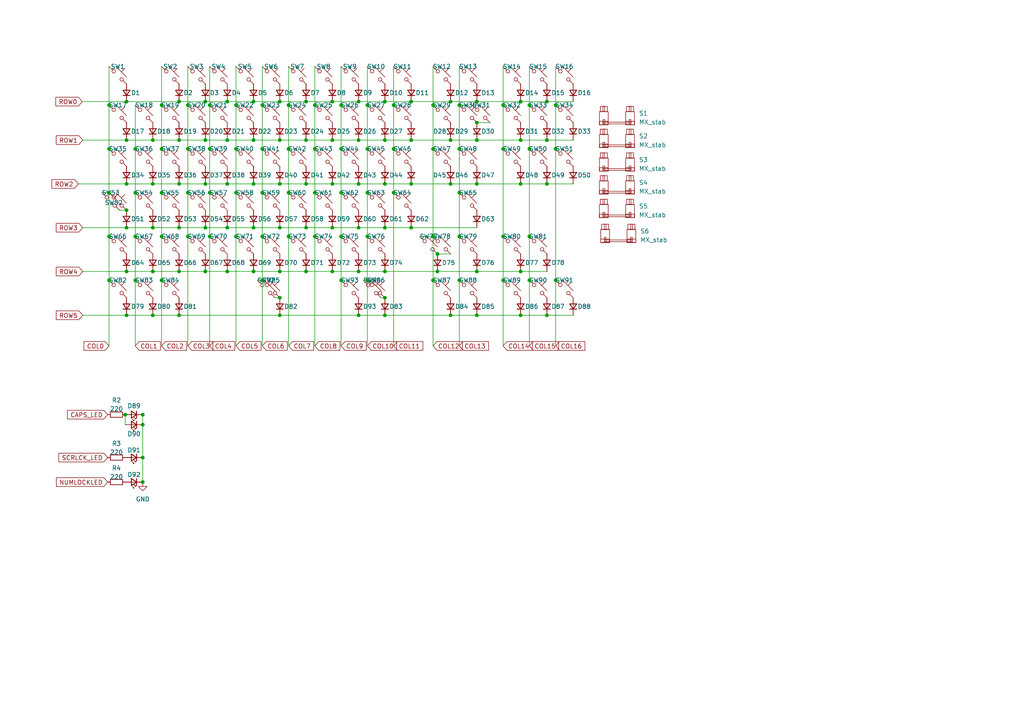
<source format=kicad_sch>
(kicad_sch (version 20230221) (generator eeschema)
  (paper "A4")
  (junction (at 81.153 40.64))
  (junction (at 104.013 40.64))
  (junction (at 88.773 29.464))
  (junction (at 36.322 120.269))
  (junction (at 130.683 91.44))
  (junction (at 59.563 29.464))
  (junction (at 158.623 40.64))
  (junction (at 51.943 66.04))
  (junction (at 68.453 55.88))
  (junction (at 98.933 30.48))
  (junction (at 46.863 68.58))
  (junction (at 88.773 53.34))
  (junction (at 68.453 43.18))
  (junction (at 36.703 29.464))
  (junction (at 111.633 78.74))
  (junction (at 106.553 43.18))
  (junction (at 151.003 53.34))
  (junction (at 114.173 43.18))
  (junction (at 60.833 30.48))
  (junction (at 41.402 139.827))
  (junction (at 130.683 29.464))
  (junction (at 104.013 78.74))
  (junction (at 51.943 91.44))
  (junction (at 91.313 68.58))
  (junction (at 130.683 40.64))
  (junction (at 31.623 30.48))
  (junction (at 96.393 66.04))
  (junction (at 104.013 91.44))
  (junction (at 46.863 55.88))
  (junction (at 104.013 66.04))
  (junction (at 68.453 68.58))
  (junction (at 60.833 43.18))
  (junction (at 39.243 81.28))
  (junction (at 36.703 53.34))
  (junction (at 98.933 68.58))
  (junction (at 114.173 30.48))
  (junction (at 59.563 78.74))
  (junction (at 125.603 43.18))
  (junction (at 91.313 30.48))
  (junction (at 106.553 81.28))
  (junction (at 161.163 43.18))
  (junction (at 158.623 91.44))
  (junction (at 54.483 68.58))
  (junction (at 96.393 78.74))
  (junction (at 126.873 73.66))
  (junction (at 138.303 78.74))
  (junction (at 145.923 81.28))
  (junction (at 88.773 66.04))
  (junction (at 130.683 53.34))
  (junction (at 36.703 60.96))
  (junction (at 44.323 53.34))
  (junction (at 39.243 55.88))
  (junction (at 151.003 29.464))
  (junction (at 98.933 43.18))
  (junction (at 153.543 43.18))
  (junction (at 73.533 66.04))
  (junction (at 133.223 30.48))
  (junction (at 151.003 40.64))
  (junction (at 98.933 81.28))
  (junction (at 51.943 78.74))
  (junction (at 138.303 40.64))
  (junction (at 111.633 40.64))
  (junction (at 138.303 29.464))
  (junction (at 54.483 43.18))
  (junction (at 88.773 78.74))
  (junction (at 59.563 66.04))
  (junction (at 65.913 78.74))
  (junction (at 76.073 68.58))
  (junction (at 65.913 40.64))
  (junction (at 104.013 29.464))
  (junction (at 31.623 43.18))
  (junction (at 133.223 43.18))
  (junction (at 114.173 55.88))
  (junction (at 51.943 40.64))
  (junction (at 46.863 30.48))
  (junction (at 145.923 43.18))
  (junction (at 76.073 55.88))
  (junction (at 111.633 91.44))
  (junction (at 161.163 30.48))
  (junction (at 46.863 81.28))
  (junction (at 111.633 86.36))
  (junction (at 44.323 66.04))
  (junction (at 119.253 29.464))
  (junction (at 138.303 53.34))
  (junction (at 126.873 78.74))
  (junction (at 44.323 78.74))
  (junction (at 44.323 91.44))
  (junction (at 145.923 30.48))
  (junction (at 88.773 40.64))
  (junction (at 153.543 68.58))
  (junction (at 98.933 55.88))
  (junction (at 60.833 55.88))
  (junction (at 111.633 53.34))
  (junction (at 44.323 40.64))
  (junction (at 36.703 66.04))
  (junction (at 81.153 91.44))
  (junction (at 41.402 120.269))
  (junction (at 81.153 66.04))
  (junction (at 158.623 53.34))
  (junction (at 133.223 55.88))
  (junction (at 96.393 40.64))
  (junction (at 31.623 81.28))
  (junction (at 91.313 55.88))
  (junction (at 76.073 43.18))
  (junction (at 133.223 68.58))
  (junction (at 96.393 29.464))
  (junction (at 158.623 29.464))
  (junction (at 54.483 30.48))
  (junction (at 41.402 132.715))
  (junction (at 65.913 53.34))
  (junction (at 153.543 30.48))
  (junction (at 81.153 53.34))
  (junction (at 106.553 55.88))
  (junction (at 36.703 78.74))
  (junction (at 119.253 66.04))
  (junction (at 83.693 55.88))
  (junction (at 76.073 81.28))
  (junction (at 73.533 29.464))
  (junction (at 96.393 53.34))
  (junction (at 125.603 81.28))
  (junction (at 151.003 91.44))
  (junction (at 125.603 30.48))
  (junction (at 151.003 78.74))
  (junction (at 161.163 81.28))
  (junction (at 68.453 30.48))
  (junction (at 59.563 53.34))
  (junction (at 138.303 35.56))
  (junction (at 65.913 66.04))
  (junction (at 46.863 43.18))
  (junction (at 60.833 68.58))
  (junction (at 104.013 53.34))
  (junction (at 73.533 53.34))
  (junction (at 119.253 40.64))
  (junction (at 51.943 53.34))
  (junction (at 106.553 30.48))
  (junction (at 39.243 68.58))
  (junction (at 83.693 30.48))
  (junction (at 91.313 43.18))
  (junction (at 59.563 40.64))
  (junction (at 31.623 68.58))
  (junction (at 111.633 66.04))
  (junction (at 111.633 29.464))
  (junction (at 65.913 29.464))
  (junction (at 73.533 40.64))
  (junction (at 125.603 68.58))
  (junction (at 119.253 53.34))
  (junction (at 36.703 40.64))
  (junction (at 81.153 29.464))
  (junction (at 153.543 81.28))
  (junction (at 83.693 68.58))
  (junction (at 36.703 91.44))
  (junction (at 54.483 55.88))
  (junction (at 81.153 78.74))
  (junction (at 51.943 29.464))
  (junction (at 83.693 43.18))
  (junction (at 145.923 68.58))
  (junction (at 73.533 78.74))
  (junction (at 106.553 68.58))
  (junction (at 39.243 43.18))
  (junction (at 81.153 86.36))
  (junction (at 76.073 30.48))
  (junction (at 138.303 91.44))
  (junction (at 41.402 123.19))
  (junction (at 31.623 55.88))
  (junction (at 133.223 81.28))
  (wire (pts (xy 114.173 55.88) (xy 114.173 100.33)))
  (wire (pts (xy 104.013 29.464) (xy 111.633 29.464)))
  (wire (pts (xy 98.933 81.28) (xy 98.933 100.33)))
  (wire (pts (xy 36.703 29.464) (xy 51.943 29.464)))
  (wire (pts (xy 83.693 68.58) (xy 83.693 100.33)))
  (wire (pts (xy 114.173 30.48) (xy 114.173 43.18)))
  (wire (pts (xy 60.833 68.58) (xy 60.833 100.33)))
  (wire (pts (xy 44.323 40.64) (xy 51.943 40.64)))
  (wire (pts (xy 153.543 19.304) (xy 153.543 30.48)))
  (wire (pts (xy 51.943 53.34) (xy 59.563 53.34)))
  (wire (pts (xy 41.402 120.269) (xy 41.402 123.19)))
  (wire (pts (xy 125.603 68.58) (xy 125.603 81.28)))
  (wire (pts (xy 68.453 43.18) (xy 68.453 55.88)))
  (wire (pts (xy 145.923 81.28) (xy 145.923 100.33)))
  (wire (pts (xy 59.563 40.64) (xy 65.913 40.64)))
  (wire (pts (xy 161.163 81.28) (xy 161.163 100.33)))
  (wire (pts (xy 41.402 123.19) (xy 41.402 132.715)))
  (wire (pts (xy 46.863 55.88) (xy 46.863 68.58)))
  (wire (pts (xy 46.863 81.28) (xy 46.863 100.33)))
  (wire (pts (xy 91.313 55.88) (xy 91.313 68.58)))
  (wire (pts (xy 36.703 91.44) (xy 24.003 91.44)))
  (wire (pts (xy 65.913 40.64) (xy 73.533 40.64)))
  (wire (pts (xy 133.223 19.304) (xy 133.223 30.48)))
  (wire (pts (xy 81.153 66.04) (xy 88.773 66.04)))
  (wire (pts (xy 119.253 29.464) (xy 130.683 29.464)))
  (wire (pts (xy 153.543 68.58) (xy 153.543 81.28)))
  (wire (pts (xy 59.563 53.34) (xy 65.913 53.34)))
  (wire (pts (xy 106.553 68.58) (xy 106.553 81.28)))
  (wire (pts (xy 54.483 19.304) (xy 54.483 30.48)))
  (wire (pts (xy 76.073 19.304) (xy 76.073 30.48)))
  (wire (pts (xy 65.913 29.464) (xy 73.533 29.464)))
  (wire (pts (xy 106.553 55.88) (xy 106.553 68.58)))
  (wire (pts (xy 111.633 91.44) (xy 104.013 91.44)))
  (wire (pts (xy 119.253 40.64) (xy 130.683 40.64)))
  (wire (pts (xy 96.393 40.64) (xy 104.013 40.64)))
  (wire (pts (xy 36.322 120.269) (xy 36.322 123.19)))
  (wire (pts (xy 41.402 120.142) (xy 41.402 120.269)))
  (wire (pts (xy 73.533 29.464) (xy 81.153 29.464)))
  (wire (pts (xy 114.173 43.18) (xy 114.173 55.88)))
  (wire (pts (xy 106.553 30.48) (xy 106.553 43.18)))
  (wire (pts (xy 65.913 78.74) (xy 73.533 78.74)))
  (wire (pts (xy 125.603 30.48) (xy 125.603 43.18)))
  (wire (pts (xy 81.153 53.34) (xy 88.773 53.34)))
  (wire (pts (xy 91.313 19.304) (xy 91.313 30.48)))
  (wire (pts (xy 133.223 43.18) (xy 133.223 55.88)))
  (wire (pts (xy 125.603 19.304) (xy 125.603 30.48)))
  (wire (pts (xy 125.603 81.28) (xy 125.603 100.33)))
  (wire (pts (xy 51.943 66.04) (xy 59.563 66.04)))
  (wire (pts (xy 76.073 68.58) (xy 76.073 81.28)))
  (wire (pts (xy 39.243 30.48) (xy 39.243 43.18)))
  (wire (pts (xy 111.633 91.44) (xy 130.683 91.44)))
  (wire (pts (xy 88.773 29.464) (xy 96.393 29.464)))
  (wire (pts (xy 106.553 81.28) (xy 106.553 100.33)))
  (wire (pts (xy 133.223 68.58) (xy 133.223 81.28)))
  (wire (pts (xy 98.933 43.18) (xy 98.933 55.88)))
  (wire (pts (xy 126.873 78.74) (xy 138.303 78.74)))
  (wire (pts (xy 161.163 43.18) (xy 161.163 81.28)))
  (wire (pts (xy 76.073 81.28) (xy 76.073 100.33)))
  (wire (pts (xy 76.073 55.88) (xy 76.073 68.58)))
  (wire (pts (xy 104.013 78.74) (xy 111.633 78.74)))
  (wire (pts (xy 91.313 43.18) (xy 91.313 55.88)))
  (wire (pts (xy 73.533 66.04) (xy 81.153 66.04)))
  (wire (pts (xy 31.623 68.58) (xy 31.623 81.28)))
  (wire (pts (xy 111.633 78.74) (xy 126.873 78.74)))
  (wire (pts (xy 145.923 30.48) (xy 145.923 43.18)))
  (wire (pts (xy 161.163 19.304) (xy 161.163 30.48)))
  (wire (pts (xy 68.453 68.58) (xy 68.453 100.33)))
  (wire (pts (xy 96.393 78.74) (xy 104.013 78.74)))
  (wire (pts (xy 91.313 30.48) (xy 91.313 43.18)))
  (wire (pts (xy 106.553 43.18) (xy 106.553 55.88)))
  (wire (pts (xy 83.693 55.88) (xy 83.693 68.58)))
  (wire (pts (xy 39.243 43.18) (xy 39.243 55.88)))
  (wire (pts (xy 153.543 30.48) (xy 153.543 43.18)))
  (wire (pts (xy 111.633 29.464) (xy 119.253 29.464)))
  (wire (pts (xy 31.623 19.304) (xy 31.623 30.48)))
  (wire (pts (xy 44.323 91.44) (xy 51.943 91.44)))
  (wire (pts (xy 88.773 53.34) (xy 96.393 53.34)))
  (wire (pts (xy 138.303 40.64) (xy 151.003 40.64)))
  (wire (pts (xy 46.863 19.304) (xy 46.863 30.48)))
  (wire (pts (xy 114.173 19.304) (xy 114.173 30.48)))
  (wire (pts (xy 24.003 78.74) (xy 36.703 78.74)))
  (wire (pts (xy 138.303 78.74) (xy 151.003 78.74)))
  (wire (pts (xy 138.303 29.464) (xy 151.003 29.464)))
  (wire (pts (xy 46.863 68.58) (xy 46.863 81.28)))
  (wire (pts (xy 126.873 73.66) (xy 130.683 73.66)))
  (wire (pts (xy 158.623 40.64) (xy 166.243 40.64)))
  (wire (pts (xy 96.393 66.04) (xy 104.013 66.04)))
  (wire (pts (xy 46.863 43.18) (xy 46.863 55.88)))
  (wire (pts (xy 138.303 35.56) (xy 142.113 35.56)))
  (wire (pts (xy 98.933 68.58) (xy 98.933 81.28)))
  (wire (pts (xy 111.633 66.04) (xy 119.253 66.04)))
  (wire (pts (xy 46.863 30.48) (xy 46.863 43.18)))
  (wire (pts (xy 60.833 30.48) (xy 60.833 43.18)))
  (wire (pts (xy 44.323 78.74) (xy 51.943 78.74)))
  (wire (pts (xy 24.003 66.04) (xy 36.703 66.04)))
  (wire (pts (xy 88.773 40.64) (xy 96.393 40.64)))
  (wire (pts (xy 60.833 43.18) (xy 60.833 55.88)))
  (wire (pts (xy 106.553 19.304) (xy 106.553 30.48)))
  (wire (pts (xy 153.543 81.28) (xy 153.543 100.33)))
  (wire (pts (xy 96.393 53.34) (xy 104.013 53.34)))
  (wire (pts (xy 41.402 132.715) (xy 41.402 139.827)))
  (wire (pts (xy 145.923 68.58) (xy 145.923 81.28)))
  (wire (pts (xy 29.591 55.88) (xy 31.623 55.88)))
  (wire (pts (xy 51.943 78.74) (xy 59.563 78.74)))
  (wire (pts (xy 104.013 53.34) (xy 111.633 53.34)))
  (wire (pts (xy 51.943 40.64) (xy 59.563 40.64)))
  (wire (pts (xy 73.533 78.74) (xy 81.153 78.74)))
  (wire (pts (xy 158.623 91.44) (xy 151.003 91.44)))
  (wire (pts (xy 68.453 30.48) (xy 68.453 43.18)))
  (wire (pts (xy 125.603 43.18) (xy 125.603 68.58)))
  (wire (pts (xy 130.683 91.44) (xy 138.303 91.44)))
  (wire (pts (xy 151.003 29.464) (xy 158.623 29.464)))
  (wire (pts (xy 111.633 40.64) (xy 119.253 40.64)))
  (wire (pts (xy 54.483 30.48) (xy 54.483 43.18)))
  (wire (pts (xy 161.163 30.48) (xy 161.163 43.18)))
  (wire (pts (xy 130.683 29.464) (xy 138.303 29.464)))
  (wire (pts (xy 31.623 81.28) (xy 31.623 100.33)))
  (wire (pts (xy 145.923 19.304) (xy 145.923 30.48)))
  (wire (pts (xy 23.876 29.464) (xy 36.703 29.464)))
  (wire (pts (xy 145.923 43.18) (xy 145.923 68.58)))
  (wire (pts (xy 158.623 29.464) (xy 166.243 29.464)))
  (wire (pts (xy 81.153 40.64) (xy 88.773 40.64)))
  (wire (pts (xy 60.833 19.304) (xy 60.833 30.48)))
  (wire (pts (xy 44.323 66.04) (xy 51.943 66.04)))
  (wire (pts (xy 36.703 66.04) (xy 44.323 66.04)))
  (wire (pts (xy 36.703 91.44) (xy 44.323 91.44)))
  (wire (pts (xy 81.153 78.74) (xy 88.773 78.74)))
  (wire (pts (xy 105.41 81.28) (xy 106.553 81.28)))
  (wire (pts (xy 51.943 29.464) (xy 59.563 29.464)))
  (wire (pts (xy 96.393 29.464) (xy 104.013 29.464)))
  (wire (pts (xy 133.223 55.88) (xy 133.223 68.58)))
  (wire (pts (xy 121.793 68.58) (xy 125.603 68.58)))
  (wire (pts (xy 104.013 91.44) (xy 81.153 91.44)))
  (wire (pts (xy 91.313 68.58) (xy 91.313 100.33)))
  (wire (pts (xy 151.003 53.34) (xy 158.623 53.34)))
  (wire (pts (xy 130.683 53.34) (xy 138.303 53.34)))
  (wire (pts (xy 153.543 43.18) (xy 153.543 68.58)))
  (wire (pts (xy 83.693 30.48) (xy 83.693 43.18)))
  (wire (pts (xy 151.003 40.64) (xy 158.623 40.64)))
  (wire (pts (xy 133.223 30.48) (xy 137.033 30.48)))
  (wire (pts (xy 44.323 53.34) (xy 51.943 53.34)))
  (wire (pts (xy 59.563 66.04) (xy 65.913 66.04)))
  (wire (pts (xy 39.243 68.58) (xy 39.243 81.28)))
  (wire (pts (xy 31.623 43.18) (xy 31.623 55.88)))
  (wire (pts (xy 68.453 19.304) (xy 68.453 30.48)))
  (wire (pts (xy 76.073 30.48) (xy 76.073 43.18)))
  (wire (pts (xy 158.623 53.34) (xy 166.243 53.34)))
  (wire (pts (xy 65.913 53.34) (xy 73.533 53.34)))
  (wire (pts (xy 110.49 86.36) (xy 111.633 86.36)))
  (wire (pts (xy 76.073 43.18) (xy 76.073 55.88)))
  (wire (pts (xy 65.913 66.04) (xy 73.533 66.04)))
  (wire (pts (xy 79.756 86.36) (xy 81.153 86.36)))
  (wire (pts (xy 130.683 40.64) (xy 138.303 40.64)))
  (wire (pts (xy 54.483 43.18) (xy 54.483 55.88)))
  (wire (pts (xy 51.943 91.44) (xy 81.153 91.44)))
  (wire (pts (xy 74.676 81.28) (xy 76.073 81.28)))
  (wire (pts (xy 81.153 29.464) (xy 88.773 29.464)))
  (wire (pts (xy 31.623 30.48) (xy 31.623 43.18)))
  (wire (pts (xy 39.243 55.88) (xy 39.243 68.58)))
  (wire (pts (xy 54.483 68.58) (xy 54.483 100.33)))
  (wire (pts (xy 133.223 30.48) (xy 133.223 43.18)))
  (wire (pts (xy 138.303 53.34) (xy 151.003 53.34)))
  (wire (pts (xy 133.223 81.28) (xy 133.223 100.33)))
  (wire (pts (xy 54.483 55.88) (xy 54.483 68.58)))
  (wire (pts (xy 88.773 66.04) (xy 96.393 66.04)))
  (wire (pts (xy 39.243 81.28) (xy 39.243 100.33)))
  (wire (pts (xy 98.933 55.88) (xy 98.933 68.58)))
  (wire (pts (xy 119.253 66.04) (xy 138.303 66.04)))
  (wire (pts (xy 59.563 29.464) (xy 65.913 29.464)))
  (wire (pts (xy 68.453 55.88) (xy 68.453 68.58)))
  (wire (pts (xy 104.013 40.64) (xy 111.633 40.64)))
  (wire (pts (xy 59.563 78.74) (xy 65.913 78.74)))
  (wire (pts (xy 73.533 40.64) (xy 81.153 40.64)))
  (wire (pts (xy 36.703 53.34) (xy 44.323 53.34)))
  (wire (pts (xy 24.003 40.64) (xy 36.703 40.64)))
  (wire (pts (xy 83.693 19.304) (xy 83.693 30.48)))
  (wire (pts (xy 83.693 43.18) (xy 83.693 55.88)))
  (wire (pts (xy 34.671 60.96) (xy 36.703 60.96)))
  (wire (pts (xy 88.773 78.74) (xy 96.393 78.74)))
  (wire (pts (xy 119.253 53.34) (xy 130.683 53.34)))
  (wire (pts (xy 36.703 40.64) (xy 44.323 40.64)))
  (wire (pts (xy 151.003 78.74) (xy 158.623 78.74)))
  (wire (pts (xy 104.013 66.04) (xy 111.633 66.04)))
  (wire (pts (xy 31.623 55.88) (xy 31.623 68.58)))
  (wire (pts (xy 73.533 53.34) (xy 81.153 53.34)))
  (wire (pts (xy 36.703 78.74) (xy 44.323 78.74)))
  (wire (pts (xy 111.633 53.34) (xy 119.253 53.34)))
  (wire (pts (xy 98.933 19.304) (xy 98.933 30.48)))
  (wire (pts (xy 22.733 53.34) (xy 36.703 53.34)))
  (wire (pts (xy 151.003 91.44) (xy 138.303 91.44)))
  (wire (pts (xy 60.833 55.88) (xy 60.833 68.58)))
  (wire (pts (xy 158.623 91.44) (xy 166.243 91.44)))
  (wire (pts (xy 98.933 30.48) (xy 98.933 43.18)))
  (global_label "ROW2" (shape input) (at 22.733 53.34 180) (property "Intersheetrefs" "${INTERSHEET_REFS}" (effects hide)))
  (global_label "COL11" (shape input) (at 114.173 100.33 0) (property "Intersheetrefs" "${INTERSHEET_REFS}" (effects hide)))
  (global_label "SCRLCK_LED" (shape input) (at 31.242 132.715 180) (property "Intersheetrefs" "${INTERSHEET_REFS}" (effects hide)))
  (global_label "COL12" (shape input) (at 125.603 100.33 0) (property "Intersheetrefs" "${INTERSHEET_REFS}" (effects hide)))
  (global_label "ROW3" (shape input) (at 24.003 66.04 180) (property "Intersheetrefs" "${INTERSHEET_REFS}" (effects hide)))
  (global_label "COL1" (shape input) (at 39.243 100.33 0) (property "Intersheetrefs" "${INTERSHEET_REFS}" (effects hide)))
  (global_label "ROW4" (shape input) (at 24.003 78.74 180) (property "Intersheetrefs" "${INTERSHEET_REFS}" (effects hide)))
  (global_label "COL2" (shape input) (at 46.863 100.33 0) (property "Intersheetrefs" "${INTERSHEET_REFS}" (effects hide)))
  (global_label "COL13" (shape input) (at 133.223 100.33 0) (property "Intersheetrefs" "${INTERSHEET_REFS}" (effects hide)))
  (global_label "NUMLOCKLED" (shape input) (at 31.242 139.827 180) (property "Intersheetrefs" "${INTERSHEET_REFS}" (effects hide)))
  (global_label "ROW5" (shape input) (at 24.003 91.44 180) (property "Intersheetrefs" "${INTERSHEET_REFS}" (effects hide)))
  (global_label "ROW1" (shape input) (at 24.003 40.64 180) (property "Intersheetrefs" "${INTERSHEET_REFS}" (effects hide)))
  (global_label "COL7" (shape input) (at 83.693 100.33 0) (property "Intersheetrefs" "${INTERSHEET_REFS}" (effects hide)))
  (global_label "COL10" (shape input) (at 106.553 100.33 0) (property "Intersheetrefs" "${INTERSHEET_REFS}" (effects hide)))
  (global_label "COL14" (shape input) (at 145.923 100.33 0) (property "Intersheetrefs" "${INTERSHEET_REFS}" (effects hide)))
  (global_label "CAPS_LED" (shape input) (at 31.242 120.269 180) (property "Intersheetrefs" "${INTERSHEET_REFS}" (effects hide)))
  (global_label "COL16" (shape input) (at 161.163 100.33 0) (property "Intersheetrefs" "${INTERSHEET_REFS}" (effects hide)))
  (global_label "COL6" (shape input) (at 76.073 100.33 0) (property "Intersheetrefs" "${INTERSHEET_REFS}" (effects hide)))
  (global_label "COL4" (shape input) (at 60.833 100.33 0) (property "Intersheetrefs" "${INTERSHEET_REFS}" (effects hide)))
  (global_label "COL0" (shape input) (at 31.623 100.33 180) (property "Intersheetrefs" "${INTERSHEET_REFS}" (effects hide)))
  (global_label "COL5" (shape input) (at 68.453 100.33 0) (property "Intersheetrefs" "${INTERSHEET_REFS}" (effects hide)))
  (global_label "ROW0" (shape input) (at 23.876 29.464 180) (property "Intersheetrefs" "${INTERSHEET_REFS}" (effects hide)))
  (global_label "COL3" (shape input) (at 54.483 100.33 0) (property "Intersheetrefs" "${INTERSHEET_REFS}" (effects hide)))
  (global_label "COL15" (shape input) (at 153.543 100.33 0) (property "Intersheetrefs" "${INTERSHEET_REFS}" (effects hide)))
  (global_label "COL8" (shape input) (at 91.313 100.33 0) (property "Intersheetrefs" "${INTERSHEET_REFS}" (effects hide)))
  (global_label "COL9" (shape input) (at 98.933 100.33 0) (property "Intersheetrefs" "${INTERSHEET_REFS}" (effects hide)))
  (symbol (lib_id "Device:R_Small") (at 33.782 132.715 90) (unit 1)
    (property "Reference" "R3" (at 33.782 128.651 90))
    (property "Value" "220" (at 33.782 131.191 90))
    (property "Footprint" "Resistor_SMD:R_0402_1005Metric" (effects hide))
  )
  (symbol (lib_id "marbastlib-mx:MX_SW_solder") (at 148.463 33.02 0) (unit 1)
    (property "Reference" "SW32" (at 148.463 30.48 0))
    (property "Value" "MX_SW_solder" (effects hide))
    (property "Footprint" "marbastlib-mx:SW_MX_1u" (effects hide))
    (instances (project "1_2og_repro" (path "" (reference "SW32") (unit 1)) (path "" (reference "SW32") (unit 1))) (project "1_2_frl" (path "" (reference "SW15") (unit 1))))
  )
  (symbol (lib_id "marbastlib-mx:MX_SW_solder") (at 116.713 21.844 0) (unit 1)
    (property "Reference" "SW11" (at 116.713 19.304 0))
    (property "Value" "MX_SW_solder" (effects hide))
    (property "Footprint" "marbastlib-mx:SW_MX_1u" (effects hide))
    (instances (project "1_2og_repro" (path "" (reference "SW11") (unit 1)) (path "" (reference "SW11") (unit 1))) (project "1_2_frl" (path "" (reference "SW12") (unit 1))))
  )
  (symbol (lib_id "Device:D_Small") (at 65.913 63.5 90) (unit 1)
    (property "Reference" "D55" (at 67.183 63.5 90) (effects (justify right)))
    (property "Value" "D_Small" (effects hide))
    (property "Footprint" "Diode_SMD:D_SOD-123" (effects hide))
    (property "Sim.Device" "D" (effects hide))
    (property "Sim.Pins" "1=K 2=A" (effects hide))
    (instances (project "1_2og_repro" (path "" (reference "D55") (unit 1)) (path "" (reference "D55") (unit 1))) (project "1_2_frl" (path "" (reference "D39") (unit 1))))
  )
  (symbol (lib_id "marbastlib-mx:MX_SW_solder") (at 41.783 45.72 0) (unit 1)
    (property "Reference" "SW36" (at 41.783 43.18 0))
    (property "Value" "MX_SW_solder" (effects hide))
    (property "Footprint" "marbastlib-mx:SW_MX_1u" (effects hide))
    (instances (project "1_2og_repro" (path "" (reference "SW36") (unit 1)) (path "" (reference "SW36") (unit 1))) (project "1_2_frl" (path "" (reference "SW19") (unit 1))))
  )
  (symbol (lib_id "Device:D_Small") (at 44.323 76.2 90) (unit 1)
    (property "Reference" "D65" (at 45.593 76.2 90) (effects (justify right)))
    (property "Value" "D_Small" (effects hide))
    (property "Footprint" "Diode_SMD:D_SOD-123" (effects hide))
    (property "Sim.Device" "D" (effects hide))
    (property "Sim.Pins" "1=K 2=A" (effects hide))
    (instances (project "1_2og_repro" (path "" (reference "D65") (unit 1)) (path "" (reference "D65") (unit 1))) (project "1_2_frl" (path "" (reference "D49") (unit 1))))
  )
  (symbol (lib_id "Device:D_Small") (at 65.913 76.2 90) (unit 1)
    (property "Reference" "D68" (at 67.183 76.2 90) (effects (justify right)))
    (property "Value" "D_Small" (effects hide))
    (property "Footprint" "Diode_SMD:D_SOD-123" (effects hide))
    (property "Sim.Device" "D" (effects hide))
    (property "Sim.Pins" "1=K 2=A" (effects hide))
    (instances (project "1_2og_repro" (path "" (reference "D68") (unit 1)) (path "" (reference "D68") (unit 1))) (project "1_2_frl" (path "" (reference "D52") (unit 1))))
  )
  (symbol (lib_id "marbastlib-mx:MX_SW_solder") (at 49.403 83.82 0) (unit 1)
    (property "Reference" "SW84" (at 49.403 81.28 0))
    (property "Value" "MX_SW_solder" (effects hide))
    (property "Footprint" "marbastlib-mx:SW_MX_1.5u" (effects hide))
    (instances (project "1_2og_repro" (path "" (reference "SW84") (unit 1)) (path "" (reference "SW84") (unit 1))) (project "1_2_frl" (path "" (reference "SW64") (unit 1))))
  )
  (symbol (lib_id "Device:D_Small") (at 73.533 50.8 90) (unit 1)
    (property "Reference" "D39" (at 74.803 50.8 90) (effects (justify right)))
    (property "Value" "D_Small" (effects hide))
    (property "Footprint" "Diode_SMD:D_SOD-123" (effects hide))
    (property "Sim.Device" "D" (effects hide))
    (property "Sim.Pins" "1=K 2=A" (effects hide))
    (instances (project "1_2og_repro" (path "" (reference "D39") (unit 1)) (path "" (reference "D39") (unit 1))) (project "1_2_frl" (path "" (reference "D23") (unit 1))))
  )
  (symbol (lib_id "marbastlib-mx:MX_SW_solder") (at 77.216 83.82 0) (unit 1)
    (property "Reference" "SW92" (at 77.216 81.28 0))
    (property "Value" "MX_SW_solder" (effects hide))
    (property "Footprint" "marbastlib-mx:SW_MX_1u" (effects hide))
    (instances (project "1_2og_repro" (path "" (reference "SW92") (unit 1)) (path "" (reference "SW85") (unit 1))) (project "1_2_frl" (path "" (reference "SW65") (unit 1))))
  )
  (symbol (lib_id "marbastlib-mx:MX_SW_solder") (at 101.473 33.02 0) (unit 1)
    (property "Reference" "SW26" (at 101.473 30.48 0))
    (property "Value" "MX_SW_solder" (effects hide))
    (property "Footprint" "marbastlib-mx:SW_MX_1u" (effects hide))
    (instances (project "1_2og_repro" (path "" (reference "SW26") (unit 1)) (path "" (reference "SW26") (unit 1))) (project "1_2_frl" (path "" (reference "SW10") (unit 1))))
  )
  (symbol (lib_id "marbastlib-mx:MX_SW_solder") (at 101.473 71.12 0) (unit 1)
    (property "Reference" "SW75" (at 101.473 68.58 0))
    (property "Value" "MX_SW_solder" (effects hide))
    (property "Footprint" "marbastlib-mx:SW_MX_1u" (effects hide))
    (instances (project "1_2og_repro" (path "" (reference "SW75") (unit 1)) (path "" (reference "SW75") (unit 1))) (project "1_2_frl" (path "" (reference "SW57") (unit 1))))
  )
  (symbol (lib_id "marbastlib-mx:MX_SW_solder") (at 34.163 21.844 0) (unit 1)
    (property "Reference" "SW1" (at 34.163 19.304 0))
    (property "Value" "MX_SW_solder" (effects hide))
    (property "Footprint" "marbastlib-mx:SW_MX_1u" (effects hide))
  )
  (symbol (lib_id "marbastlib-mx:MX_SW_solder") (at 57.023 21.844 0) (unit 1)
    (property "Reference" "SW3" (at 57.023 19.304 0))
    (property "Value" "MX_SW_solder" (effects hide))
    (property "Footprint" "marbastlib-mx:SW_MX_1u" (effects hide))
    (instances (project "1_2og_repro" (path "" (reference "SW3") (unit 1)) (path "" (reference "SW3") (unit 1))) (project "1_2_frl" (path "" (reference "SW4") (unit 1))))
  )
  (symbol (lib_id "marbastlib-mx:MX_SW_solder") (at 34.163 33.02 0) (unit 1)
    (property "Reference" "SW17" (at 34.163 30.48 0))
    (property "Value" "MX_SW_solder" (effects hide))
    (property "Footprint" "marbastlib-mx:SW_MX_1u" (effects hide))
    (instances (project "1_2og_repro" (path "" (reference "SW17") (unit 1)) (path "" (reference "SW17") (unit 1))) (project "1_2_frl" (path "" (reference "SW1") (unit 1))))
  )
  (symbol (lib_id "Device:D_Small") (at 126.873 76.2 90) (unit 1)
    (property "Reference" "D75" (at 128.143 76.2 90) (effects (justify right)))
    (property "Value" "D_Small" (effects hide))
    (property "Footprint" "Diode_SMD:D_SOD-123" (effects hide))
    (property "Sim.Device" "D" (effects hide))
    (property "Sim.Pins" "1=K 2=A" (effects hide))
    (instances (project "1_2og_repro" (path "" (reference "D75") (unit 1)) (path "" (reference "D75") (unit 1))) (project "1_2_frl" (path "" (reference "D59") (unit 1))))
  )
  (symbol (lib_id "Device:D_Small") (at 130.683 50.8 90) (unit 1)
    (property "Reference" "D46" (at 131.953 50.8 90) (effects (justify right)))
    (property "Value" "D_Small" (effects hide))
    (property "Footprint" "Diode_SMD:D_SOD-123" (effects hide))
    (property "Sim.Device" "D" (effects hide))
    (property "Sim.Pins" "1=K 2=A" (effects hide))
    (instances (project "1_2og_repro" (path "" (reference "D46") (unit 1)) (path "" (reference "D46") (unit 1))) (project "1_2_frl" (path "" (reference "D30") (unit 1))))
  )
  (symbol (lib_id "Device:D_Small") (at 111.633 76.2 90) (unit 1)
    (property "Reference" "D74" (at 112.903 76.2 90) (effects (justify right)))
    (property "Value" "D_Small" (effects hide))
    (property "Footprint" "Diode_SMD:D_SOD-123" (effects hide))
    (property "Sim.Device" "D" (effects hide))
    (property "Sim.Pins" "1=K 2=A" (effects hide))
    (instances (project "1_2og_repro" (path "" (reference "D74") (unit 1)) (path "" (reference "D74") (unit 1))) (project "1_2_frl" (path "" (reference "D58") (unit 1))))
  )
  (symbol (lib_id "marbastlib-mx:MX_stab") (at 178.943 40.259 0) (unit 1)
    (property "Reference" "S2" (at 185.293 39.497 0) (effects (justify left)))
    (property "Value" "MX_stab" (at 185.293 42.037 0) (effects (justify left)))
    (property "Footprint" "marbastlib-mx:STAB_MX_2.25u" (effects hide))
  )
  (symbol (lib_id "marbastlib-mx:MX_SW_solder") (at 86.233 45.72 0) (unit 1)
    (property "Reference" "SW42" (at 86.233 43.18 0))
    (property "Value" "MX_SW_solder" (effects hide))
    (property "Footprint" "marbastlib-mx:SW_MX_1u" (effects hide))
    (instances (project "1_2og_repro" (path "" (reference "SW42") (unit 1)) (path "" (reference "SW42") (unit 1))) (project "1_2_frl" (path "" (reference "SW25") (unit 1))))
  )
  (symbol (lib_id "marbastlib-mx:MX_SW_solder") (at 101.473 83.82 0) (unit 1)
    (property "Reference" "SW93" (at 101.473 81.28 0))
    (property "Value" "MX_SW_solder" (effects hide))
    (property "Footprint" "marbastlib-mx:SW_MX_1.5u" (effects hide))
    (instances (project "1_2og_repro" (path "" (reference "SW93") (unit 1)) (path "" (reference "SW87") (unit 1))) (project "1_2_frl" (path "" (reference "SW65") (unit 1))))
  )
  (symbol (lib_id "marbastlib-mx:MX_SW_solder") (at 124.333 71.12 0) (unit 1)
    (property "Reference" "SW77" (at 124.333 68.58 0))
    (property "Value" "MX_SW_solder" (effects hide))
    (property "Footprint" "marbastlib-mx:SW_MX_1.75u" (effects hide))
    (instances (project "1_2og_repro" (path "" (reference "SW77") (unit 1)) (path "" (reference "SW77") (unit 1))) (project "1_2_frl" (path "" (reference "SW59") (unit 1))))
  )
  (symbol (lib_id "marbastlib-mx:MX_SW_solder") (at 101.473 58.42 0) (unit 1)
    (property "Reference" "SW62" (at 101.473 55.88 0))
    (property "Value" "MX_SW_solder" (effects hide))
    (property "Footprint" "marbastlib-mx:SW_MX_1u" (effects hide))
    (instances (project "1_2og_repro" (path "" (reference "SW62") (unit 1)) (path "" (reference "SW62") (unit 1))) (project "1_2_frl" (path "" (reference "SW44") (unit 1))))
  )
  (symbol (lib_id "Device:D_Small") (at 158.623 38.1 90) (unit 1)
    (property "Reference" "D32" (at 159.893 38.1 90) (effects (justify right)))
    (property "Value" "D_Small" (effects hide))
    (property "Footprint" "Diode_SMD:D_SOD-123" (effects hide))
    (property "Sim.Device" "D" (effects hide))
    (property "Sim.Pins" "1=K 2=A" (effects hide))
    (instances (project "1_2og_repro" (path "" (reference "D32") (unit 1)) (path "" (reference "D32") (unit 1))) (project "1_2_frl" (path "" (reference "D16") (unit 1))))
  )
  (symbol (lib_id "Device:D_Small") (at 51.943 76.2 90) (unit 1)
    (property "Reference" "D66" (at 53.213 76.2 90) (effects (justify right)))
    (property "Value" "D_Small" (effects hide))
    (property "Footprint" "Diode_SMD:D_SOD-123" (effects hide))
    (property "Sim.Device" "D" (effects hide))
    (property "Sim.Pins" "1=K 2=A" (effects hide))
    (instances (project "1_2og_repro" (path "" (reference "D66") (unit 1)) (path "" (reference "D66") (unit 1))) (project "1_2_frl" (path "" (reference "D50") (unit 1))))
  )
  (symbol (lib_id "marbastlib-mx:MX_SW_solder") (at 148.463 71.12 0) (unit 1)
    (property "Reference" "SW80" (at 148.463 68.58 0))
    (property "Value" "MX_SW_solder" (effects hide))
    (property "Footprint" "marbastlib-mx:SW_MX_1u" (effects hide))
    (instances (project "1_2og_repro" (path "" (reference "SW80") (unit 1)) (path "" (reference "SW80") (unit 1))) (project "1_2_frl" (path "" (reference "SW60") (unit 1))))
  )
  (symbol (lib_id "Device:D_Small") (at 65.913 26.924 90) (unit 1)
    (property "Reference" "D4" (at 67.183 26.924 90) (effects (justify right)))
    (property "Value" "D_Small" (effects hide))
    (property "Footprint" "Diode_SMD:D_SOD-123" (effects hide))
    (property "Sim.Device" "D" (effects hide))
    (property "Sim.Pins" "1=K 2=A" (effects hide))
    (instances (project "1_2og_repro" (path "" (reference "D4") (unit 1)) (path "" (reference "D4") (unit 1))) (project "1_2_frl" (path "" (reference "D5") (unit 1))))
  )
  (symbol (lib_id "Device:D_Small") (at 151.003 26.924 90) (unit 1)
    (property "Reference" "D14" (at 152.273 26.924 90) (effects (justify right)))
    (property "Value" "D_Small" (effects hide))
    (property "Footprint" "Diode_SMD:D_SOD-123" (effects hide))
    (property "Sim.Device" "D" (effects hide))
    (property "Sim.Pins" "1=K 2=A" (effects hide))
    (instances (project "1_2og_repro" (path "" (reference "D14") (unit 1)) (path "" (reference "D14") (unit 1))) (project "1_2_frl" (path "" (reference "D15") (unit 1))))
  )
  (symbol (lib_id "Device:D_Small") (at 151.003 38.1 90) (unit 1)
    (property "Reference" "D31" (at 152.273 38.1 90) (effects (justify right)))
    (property "Value" "D_Small" (effects hide))
    (property "Footprint" "Diode_SMD:D_SOD-123" (effects hide))
    (property "Sim.Device" "D" (effects hide))
    (property "Sim.Pins" "1=K 2=A" (effects hide))
    (instances (project "1_2og_repro" (path "" (reference "D31") (unit 1)) (path "" (reference "D31") (unit 1))) (project "1_2_frl" (path "" (reference "D15") (unit 1))))
  )
  (symbol (lib_id "marbastlib-mx:MX_stab") (at 179.324 67.818 0) (unit 1)
    (property "Reference" "S6" (at 185.674 67.056 0) (effects (justify left)))
    (property "Value" "MX_stab" (at 185.674 69.596 0) (effects (justify left)))
    (property "Footprint" "marbastlib-mx:STAB_MX_6u" (effects hide))
  )
  (symbol (lib_id "Device:D_Small") (at 73.533 76.2 90) (unit 1)
    (property "Reference" "D69" (at 74.803 76.2 90) (effects (justify right)))
    (property "Value" "D_Small" (effects hide))
    (property "Footprint" "Diode_SMD:D_SOD-123" (effects hide))
    (property "Sim.Device" "D" (effects hide))
    (property "Sim.Pins" "1=K 2=A" (effects hide))
    (instances (project "1_2og_repro" (path "" (reference "D69") (unit 1)) (path "" (reference "D69") (unit 1))) (project "1_2_frl" (path "" (reference "D53") (unit 1))))
  )
  (symbol (lib_id "Device:D_Small") (at 130.683 88.9 90) (unit 1)
    (property "Reference" "D84" (at 131.953 88.9 90) (effects (justify right)))
    (property "Value" "D_Small" (effects hide))
    (property "Footprint" "Diode_SMD:D_SOD-123" (effects hide))
    (property "Sim.Device" "D" (effects hide))
    (property "Sim.Pins" "1=K 2=A" (effects hide))
    (instances (project "1_2og_repro" (path "" (reference "D84") (unit 1)) (path "" (reference "D85") (unit 1))) (project "1_2_frl" (path "" (reference "D67") (unit 1))))
  )
  (symbol (lib_id "Device:D_Small") (at 51.943 50.8 90) (unit 1)
    (property "Reference" "D36" (at 53.213 50.8 90) (effects (justify right)))
    (property "Value" "D_Small" (effects hide))
    (property "Footprint" "Diode_SMD:D_SOD-123" (effects hide))
    (property "Sim.Device" "D" (effects hide))
    (property "Sim.Pins" "1=K 2=A" (effects hide))
    (instances (project "1_2og_repro" (path "" (reference "D36") (unit 1)) (path "" (reference "D36") (unit 1))) (project "1_2_frl" (path "" (reference "D20") (unit 1))))
  )
  (symbol (lib_id "Device:D_Small") (at 51.943 88.9 90) (unit 1)
    (property "Reference" "D81" (at 53.213 88.9 90) (effects (justify right)))
    (property "Value" "D_Small" (effects hide))
    (property "Footprint" "Diode_SMD:D_SOD-123" (effects hide))
    (property "Sim.Device" "D" (effects hide))
    (property "Sim.Pins" "1=K 2=A" (effects hide))
    (instances (project "1_2og_repro" (path "" (reference "D81") (unit 1)) (path "" (reference "D81") (unit 1))) (project "1_2_frl" (path "" (reference "D64") (unit 1))))
  )
  (symbol (lib_id "Device:D_Small") (at 104.013 50.8 90) (unit 1)
    (property "Reference" "D43" (at 105.283 50.8 90) (effects (justify right)))
    (property "Value" "D_Small" (effects hide))
    (property "Footprint" "Diode_SMD:D_SOD-123" (effects hide))
    (property "Sim.Device" "D" (effects hide))
    (property "Sim.Pins" "1=K 2=A" (effects hide))
    (instances (project "1_2og_repro" (path "" (reference "D43") (unit 1)) (path "" (reference "D43") (unit 1))) (project "1_2_frl" (path "" (reference "D27") (unit 1))))
  )
  (symbol (lib_id "marbastlib-mx:MX_SW_solder") (at 93.853 21.844 0) (unit 1)
    (property "Reference" "SW8" (at 93.853 19.304 0))
    (property "Value" "MX_SW_solder" (effects hide))
    (property "Footprint" "marbastlib-mx:SW_MX_1u" (effects hide))
    (instances (project "1_2og_repro" (path "" (reference "SW8") (unit 1)) (path "" (reference "SW8") (unit 1))) (project "1_2_frl" (path "" (reference "SW9") (unit 1))))
  )
  (symbol (lib_id "marbastlib-mx:MX_SW_solder") (at 86.233 33.02 0) (unit 1)
    (property "Reference" "SW24" (at 86.233 30.48 0))
    (property "Value" "MX_SW_solder" (effects hide))
    (property "Footprint" "marbastlib-mx:SW_MX_1u" (effects hide))
    (instances (project "1_2og_repro" (path "" (reference "SW24") (unit 1)) (path "" (reference "SW24") (unit 1))) (project "1_2_frl" (path "" (reference "SW8") (unit 1))))
  )
  (symbol (lib_id "Device:D_Small") (at 59.563 76.2 90) (unit 1)
    (property "Reference" "D67" (at 60.833 76.2 90) (effects (justify right)))
    (property "Value" "D_Small" (effects hide))
    (property "Footprint" "Diode_SMD:D_SOD-123" (effects hide))
    (property "Sim.Device" "D" (effects hide))
    (property "Sim.Pins" "1=K 2=A" (effects hide))
    (instances (project "1_2og_repro" (path "" (reference "D67") (unit 1)) (path "" (reference "D67") (unit 1))) (project "1_2_frl" (path "" (reference "D51") (unit 1))))
  )
  (symbol (lib_id "Device:D_Small") (at 119.253 26.924 90) (unit 1)
    (property "Reference" "D11" (at 120.523 26.924 90) (effects (justify right)))
    (property "Value" "D_Small" (effects hide))
    (property "Footprint" "Diode_SMD:D_SOD-123" (effects hide))
    (property "Sim.Device" "D" (effects hide))
    (property "Sim.Pins" "1=K 2=A" (effects hide))
    (instances (project "1_2og_repro" (path "" (reference "D11") (unit 1)) (path "" (reference "D11") (unit 1))) (project "1_2_frl" (path "" (reference "D12") (unit 1))))
  )
  (symbol (lib_id "Device:D_Small") (at 59.563 38.1 90) (unit 1)
    (property "Reference" "D20" (at 60.833 38.1 90) (effects (justify right)))
    (property "Value" "D_Small" (effects hide))
    (property "Footprint" "Diode_SMD:D_SOD-123" (effects hide))
    (property "Sim.Device" "D" (effects hide))
    (property "Sim.Pins" "1=K 2=A" (effects hide))
    (instances (project "1_2og_repro" (path "" (reference "D20") (unit 1)) (path "" (reference "D20") (unit 1))) (project "1_2_frl" (path "" (reference "D4") (unit 1))))
  )
  (symbol (lib_id "Device:D_Small") (at 104.013 26.924 90) (unit 1)
    (property "Reference" "D9" (at 105.283 26.924 90) (effects (justify right)))
    (property "Value" "D_Small" (effects hide))
    (property "Footprint" "Diode_SMD:D_SOD-123" (effects hide))
    (property "Sim.Device" "D" (effects hide))
    (property "Sim.Pins" "1=K 2=A" (effects hide))
    (instances (project "1_2og_repro" (path "" (reference "D9") (unit 1)) (path "" (reference "D9") (unit 1))) (project "1_2_frl" (path "" (reference "D10") (unit 1))))
  )
  (symbol (lib_id "marbastlib-mx:MX_SW_solder") (at 135.763 45.72 0) (unit 1)
    (property "Reference" "SW48" (at 135.763 43.18 0))
    (property "Value" "MX_SW_solder" (effects hide))
    (property "Footprint" "marbastlib-mx:SW_MX_1.5u" (effects hide))
    (instances (project "1_2og_repro" (path "" (reference "SW48") (unit 1)) (path "" (reference "SW48") (unit 1))) (project "1_2_frl" (path "" (reference "SW31") (unit 1))))
  )
  (symbol (lib_id "Device:D_Small") (at 104.013 88.9 90) (unit 1)
    (property "Reference" "D93" (at 105.283 88.9 90) (effects (justify right)))
    (property "Value" "D_Small" (effects hide))
    (property "Footprint" "Diode_SMD:D_SOD-123" (effects hide))
    (property "Sim.Device" "D" (effects hide))
    (property "Sim.Pins" "1=K 2=A" (effects hide))
    (instances (project "1_2og_repro" (path "" (reference "D93") (unit 1)) (path "" (reference "D83") (unit 1))) (project "1_2_frl" (path "" (reference "D57") (unit 1))))
  )
  (symbol (lib_id "Device:D_Small") (at 36.703 26.924 90) (unit 1)
    (property "Reference" "D1" (at 37.973 26.924 90) (effects (justify right)))
    (property "Value" "D_Small" (effects hide))
    (property "Footprint" "Diode_SMD:D_SOD-123" (effects hide))
    (property "Sim.Device" "D" (effects hide))
    (property "Sim.Pins" "1=K 2=A" (effects hide))
  )
  (symbol (lib_id "marbastlib-mx:MX_SW_solder") (at 128.143 45.72 0) (unit 1)
    (property "Reference" "SW47" (at 128.143 43.18 0))
    (property "Value" "MX_SW_solder" (effects hide))
    (property "Footprint" "marbastlib-mx:SW_MX_1u" (effects hide))
    (instances (project "1_2og_repro" (path "" (reference "SW47") (unit 1)) (path "" (reference "SW47") (unit 1))) (project "1_2_frl" (path "" (reference "SW30") (unit 1))))
  )
  (symbol (lib_id "Device:D_Small") (at 44.323 63.5 90) (unit 1)
    (property "Reference" "D52" (at 45.593 63.5 90) (effects (justify right)))
    (property "Value" "D_Small" (effects hide))
    (property "Footprint" "Diode_SMD:D_SOD-123" (effects hide))
    (property "Sim.Device" "D" (effects hide))
    (property "Sim.Pins" "1=K 2=A" (effects hide))
    (instances (project "1_2og_repro" (path "" (reference "D52") (unit 1)) (path "" (reference "D52") (unit 1))) (project "1_2_frl" (path "" (reference "D36") (unit 1))))
  )
  (symbol (lib_id "Device:D_Small") (at 119.253 38.1 90) (unit 1)
    (property "Reference" "D28" (at 125.603 38.1 90) (effects (justify right)))
    (property "Value" "D_Small" (effects hide))
    (property "Footprint" "Diode_SMD:D_SOD-123" (effects hide))
    (property "Sim.Device" "D" (effects hide))
    (property "Sim.Pins" "1=K 2=A" (effects hide))
    (instances (project "1_2og_repro" (path "" (reference "D28") (unit 1)) (path "" (reference "D28") (unit 1))) (project "1_2_frl" (path "" (reference "D12") (unit 1))))
  )
  (symbol (lib_id "Device:D_Small") (at 138.303 63.5 90) (unit 1)
    (property "Reference" "D63" (at 139.573 63.5 90) (effects (justify right)))
    (property "Value" "D_Small" (effects hide))
    (property "Footprint" "Diode_SMD:D_SOD-123" (effects hide))
    (property "Sim.Device" "D" (effects hide))
    (property "Sim.Pins" "1=K 2=A" (effects hide))
    (instances (project "1_2og_repro" (path "" (reference "D63") (unit 1)) (path "" (reference "D63") (unit 1))) (project "1_2_frl" (path "" (reference "D47") (unit 1))))
  )
  (symbol (lib_id "marbastlib-mx:MX_SW_solder") (at 156.083 21.844 0) (unit 1)
    (property "Reference" "SW15" (at 156.083 19.304 0))
    (property "Value" "MX_SW_solder" (effects hide))
    (property "Footprint" "marbastlib-mx:SW_MX_1u" (effects hide))
    (instances (project "1_2og_repro" (path "" (reference "SW15") (unit 1)) (path "" (reference "SW15") (unit 1))) (project "1_2_frl" (path "" (reference "SW16") (unit 1))))
  )
  (symbol (lib_id "marbastlib-mx:MX_SW_solder") (at 78.613 33.02 0) (unit 1)
    (property "Reference" "SW23" (at 78.613 30.48 0))
    (property "Value" "MX_SW_solder" (effects hide))
    (property "Footprint" "marbastlib-mx:SW_MX_1u" (effects hide))
    (instances (project "1_2og_repro" (path "" (reference "SW23") (unit 1)) (path "" (reference "SW23") (unit 1))) (project "1_2_frl" (path "" (reference "SW7") (unit 1))))
  )
  (symbol (lib_id "Device:D_Small") (at 65.913 38.1 90) (unit 1)
    (property "Reference" "D21" (at 67.183 38.1 90) (effects (justify right)))
    (property "Value" "D_Small" (effects hide))
    (property "Footprint" "Diode_SMD:D_SOD-123" (effects hide))
    (property "Sim.Device" "D" (effects hide))
    (property "Sim.Pins" "1=K 2=A" (effects hide))
    (instances (project "1_2og_repro" (path "" (reference "D21") (unit 1)) (path "" (reference "D21") (unit 1))) (project "1_2_frl" (path "" (reference "D5") (unit 1))))
  )
  (symbol (lib_id "marbastlib-mx:MX_stab") (at 178.943 60.579 0) (unit 1)
    (property "Reference" "S5" (at 185.293 59.817 0) (effects (justify left)))
    (property "Value" "MX_stab" (at 185.293 62.357 0) (effects (justify left)))
    (property "Footprint" "marbastlib-mx:STAB_MX_7u" (effects hide))
  )
  (symbol (lib_id "Device:D_Small") (at 51.943 38.1 90) (unit 1)
    (property "Reference" "D19" (at 53.213 38.1 90) (effects (justify right)))
    (property "Value" "D_Small" (effects hide))
    (property "Footprint" "Diode_SMD:D_SOD-123" (effects hide))
    (property "Sim.Device" "D" (effects hide))
    (property "Sim.Pins" "1=K 2=A" (effects hide))
    (instances (project "1_2og_repro" (path "" (reference "D19") (unit 1)) (path "" (reference "D19") (unit 1))) (project "1_2_frl" (path "" (reference "D3") (unit 1))))
  )
  (symbol (lib_id "marbastlib-mx:MX_SW_solder") (at 41.783 33.02 0) (unit 1)
    (property "Reference" "SW18" (at 41.783 30.48 0))
    (property "Value" "MX_SW_solder" (effects hide))
    (property "Footprint" "marbastlib-mx:SW_MX_1u" (effects hide))
    (instances (project "1_2og_repro" (path "" (reference "SW18") (unit 1)) (path "" (reference "SW18") (unit 1))) (project "1_2_frl" (path "" (reference "SW2") (unit 1))))
  )
  (symbol (lib_id "Device:D_Small") (at 138.303 38.1 90) (unit 1)
    (property "Reference" "D30" (at 139.573 38.1 90) (effects (justify right)))
    (property "Value" "D_Small" (effects hide))
    (property "Footprint" "Diode_SMD:D_SOD-123" (effects hide))
    (property "Sim.Device" "D" (effects hide))
    (property "Sim.Pins" "1=K 2=A" (effects hide))
    (instances (project "1_2og_repro" (path "" (reference "D30") (unit 1)) (path "" (reference "D30") (unit 1))) (project "1_2_frl" (path "" (reference "D14") (unit 1))))
  )
  (symbol (lib_id "marbastlib-mx:MX_SW_solder") (at 163.703 21.844 0) (unit 1)
    (property "Reference" "SW16" (at 163.703 19.304 0))
    (property "Value" "MX_SW_solder" (effects hide))
    (property "Footprint" "marbastlib-mx:SW_MX_1u" (effects hide))
    (instances (project "1_2og_repro" (path "" (reference "SW16") (unit 1)) (path "" (reference "SW16") (unit 1))) (project "1_2_frl" (path "" (reference "SW17") (unit 1))))
  )
  (symbol (lib_id "Device:D_Small") (at 158.623 88.9 90) (unit 1)
    (property "Reference" "D87" (at 159.893 88.9 90) (effects (justify right)))
    (property "Value" "D_Small" (effects hide))
    (property "Footprint" "Diode_SMD:D_SOD-123" (effects hide))
    (property "Sim.Device" "D" (effects hide))
    (property "Sim.Pins" "1=K 2=A" (effects hide))
    (instances (project "1_2og_repro" (path "" (reference "D87") (unit 1)) (path "" (reference "D88") (unit 1))) (project "1_2_frl" (path "" (reference "D70") (unit 1))))
  )
  (symbol (lib_id "Device:D_Small") (at 138.303 50.8 90) (unit 1)
    (property "Reference" "D47" (at 139.573 50.8 90) (effects (justify right)))
    (property "Value" "D_Small" (effects hide))
    (property "Footprint" "Diode_SMD:D_SOD-123" (effects hide))
    (property "Sim.Device" "D" (effects hide))
    (property "Sim.Pins" "1=K 2=A" (effects hide))
    (instances (project "1_2og_repro" (path "" (reference "D47") (unit 1)) (path "" (reference "D47") (unit 1))) (project "1_2_frl" (path "" (reference "D31") (unit 1))))
  )
  (symbol (lib_id "Device:R_Small") (at 33.782 139.827 90) (unit 1)
    (property "Reference" "R4" (at 33.782 135.763 90))
    (property "Value" "220" (at 33.782 138.303 90))
    (property "Footprint" "Resistor_SMD:R_0402_1005Metric" (effects hide))
  )
  (symbol (lib_id "Device:D_Small") (at 130.683 26.924 90) (unit 1)
    (property "Reference" "D12" (at 131.953 26.924 90) (effects (justify right)))
    (property "Value" "D_Small" (effects hide))
    (property "Footprint" "Diode_SMD:D_SOD-123" (effects hide))
    (property "Sim.Device" "D" (effects hide))
    (property "Sim.Pins" "1=K 2=A" (effects hide))
    (instances (project "1_2og_repro" (path "" (reference "D12") (unit 1)) (path "" (reference "D12") (unit 1))) (project "1_2_frl" (path "" (reference "D13") (unit 1))))
  )
  (symbol (lib_id "Device:D_Small") (at 88.773 76.2 90) (unit 1)
    (property "Reference" "D71" (at 90.043 76.2 90) (effects (justify right)))
    (property "Value" "D_Small" (effects hide))
    (property "Footprint" "Diode_SMD:D_SOD-123" (effects hide))
    (property "Sim.Device" "D" (effects hide))
    (property "Sim.Pins" "1=K 2=A" (effects hide))
    (instances (project "1_2og_repro" (path "" (reference "D71") (unit 1)) (path "" (reference "D71") (unit 1))) (project "1_2_frl" (path "" (reference "D55") (unit 1))))
  )
  (symbol (lib_id "marbastlib-mx:MX_SW_solder") (at 163.703 33.02 0) (unit 1)
    (property "Reference" "SW34" (at 163.703 30.48 0))
    (property "Value" "MX_SW_solder" (effects hide))
    (property "Footprint" "marbastlib-mx:SW_MX_1u" (effects hide))
    (instances (project "1_2og_repro" (path "" (reference "SW34") (unit 1)) (path "" (reference "SW34") (unit 1))) (project "1_2_frl" (path "" (reference "SW17") (unit 1))))
  )
  (symbol (lib_id "marbastlib-mx:MX_SW_solder") (at 86.233 71.12 0) (unit 1)
    (property "Reference" "SW73" (at 86.233 68.58 0))
    (property "Value" "MX_SW_solder" (effects hide))
    (property "Footprint" "marbastlib-mx:SW_MX_1u" (effects hide))
    (instances (project "1_2og_repro" (path "" (reference "SW73") (unit 1)) (path "" (reference "SW73") (unit 1))) (project "1_2_frl" (path "" (reference "SW55") (unit 1))))
  )
  (symbol (lib_id "Device:LED_Small") (at 38.862 139.827 180) (unit 1)
    (property "Reference" "D92" (at 38.862 137.668 0))
    (property "Value" "LED_Small" (effects hide))
    (property "Footprint" "marbastlib-mx:LED_MX_3mm" (effects hide))
  )
  (symbol (lib_id "Device:D_Small") (at 158.623 76.2 90) (unit 1)
    (property "Reference" "D78" (at 159.893 76.2 90) (effects (justify right)))
    (property "Value" "D_Small" (effects hide))
    (property "Footprint" "Diode_SMD:D_SOD-123" (effects hide))
    (property "Sim.Device" "D" (effects hide))
    (property "Sim.Pins" "1=K 2=A" (effects hide))
    (instances (project "1_2og_repro" (path "" (reference "D78") (unit 1)) (path "" (reference "D78") (unit 1))) (project "1_2_frl" (path "" (reference "D61") (unit 1))))
  )
  (symbol (lib_id "marbastlib-mx:MX_SW_solder") (at 57.023 45.72 0) (unit 1)
    (property "Reference" "SW38" (at 57.023 43.18 0))
    (property "Value" "MX_SW_solder" (effects hide))
    (property "Footprint" "marbastlib-mx:SW_MX_1u" (effects hide))
    (instances (project "1_2og_repro" (path "" (reference "SW38") (unit 1)) (path "" (reference "SW38") (unit 1))) (project "1_2_frl" (path "" (reference "SW21") (unit 1))))
  )
  (symbol (lib_id "Device:D_Small") (at 88.773 50.8 90) (unit 1)
    (property "Reference" "D41" (at 90.043 50.8 90) (effects (justify right)))
    (property "Value" "D_Small" (effects hide))
    (property "Footprint" "Diode_SMD:D_SOD-123" (effects hide))
    (property "Sim.Device" "D" (effects hide))
    (property "Sim.Pins" "1=K 2=A" (effects hide))
    (instances (project "1_2og_repro" (path "" (reference "D41") (unit 1)) (path "" (reference "D41") (unit 1))) (project "1_2_frl" (path "" (reference "D25") (unit 1))))
  )
  (symbol (lib_id "marbastlib-mx:MX_SW_solder") (at 49.403 45.72 0) (unit 1)
    (property "Reference" "SW37" (at 49.403 43.18 0))
    (property "Value" "MX_SW_solder" (effects hide))
    (property "Footprint" "marbastlib-mx:SW_MX_1u" (effects hide))
    (instances (project "1_2og_repro" (path "" (reference "SW37") (unit 1)) (path "" (reference "SW37") (unit 1))) (project "1_2_frl" (path "" (reference "SW20") (unit 1))))
  )
  (symbol (lib_id "marbastlib-mx:MX_SW_solder") (at 93.853 58.42 0) (unit 1)
    (property "Reference" "SW61" (at 93.853 55.88 0))
    (property "Value" "MX_SW_solder" (effects hide))
    (property "Footprint" "marbastlib-mx:SW_MX_1u" (effects hide))
    (instances (project "1_2og_repro" (path "" (reference "SW61") (unit 1)) (path "" (reference "SW61") (unit 1))) (project "1_2_frl" (path "" (reference "SW43") (unit 1))))
  )
  (symbol (lib_id "Device:D_Small") (at 88.773 38.1 90) (unit 1)
    (property "Reference" "D24" (at 90.043 38.1 90) (effects (justify right)))
    (property "Value" "D_Small" (effects hide))
    (property "Footprint" "Diode_SMD:D_SOD-123" (effects hide))
    (property "Sim.Device" "D" (effects hide))
    (property "Sim.Pins" "1=K 2=A" (effects hide))
    (instances (project "1_2og_repro" (path "" (reference "D24") (unit 1)) (path "" (reference "D24") (unit 1))) (project "1_2_frl" (path "" (reference "D8") (unit 1))))
  )
  (symbol (lib_id "marbastlib-mx:MX_SW_solder") (at 156.083 45.72 0) (unit 1)
    (property "Reference" "SW50" (at 156.083 43.18 0))
    (property "Value" "MX_SW_solder" (effects hide))
    (property "Footprint" "marbastlib-mx:SW_MX_1u" (effects hide))
    (instances (project "1_2og_repro" (path "" (reference "SW50") (unit 1)) (path "" (reference "SW50") (unit 1))) (project "1_2_frl" (path "" (reference "SW33") (unit 1))))
  )
  (symbol (lib_id "Device:D_Small") (at 88.773 63.5 90) (unit 1)
    (property "Reference" "D58" (at 90.043 63.5 90) (effects (justify right)))
    (property "Value" "D_Small" (effects hide))
    (property "Footprint" "Diode_SMD:D_SOD-123" (effects hide))
    (property "Sim.Device" "D" (effects hide))
    (property "Sim.Pins" "1=K 2=A" (effects hide))
    (instances (project "1_2og_repro" (path "" (reference "D58") (unit 1)) (path "" (reference "D58") (unit 1))) (project "1_2_frl" (path "" (reference "D42") (unit 1))))
  )
  (symbol (lib_id "Device:D_Small") (at 88.773 26.924 90) (unit 1)
    (property "Reference" "D7" (at 90.043 26.924 90) (effects (justify right)))
    (property "Value" "D_Small" (effects hide))
    (property "Footprint" "Diode_SMD:D_SOD-123" (effects hide))
    (property "Sim.Device" "D" (effects hide))
    (property "Sim.Pins" "1=K 2=A" (effects hide))
    (instances (project "1_2og_repro" (path "" (reference "D7") (unit 1)) (path "" (reference "D7") (unit 1))) (project "1_2_frl" (path "" (reference "D8") (unit 1))))
  )
  (symbol (lib_id "marbastlib-mx:MX_SW_solder") (at 86.233 21.844 0) (unit 1)
    (property "Reference" "SW7" (at 86.233 19.304 0))
    (property "Value" "MX_SW_solder" (effects hide))
    (property "Footprint" "marbastlib-mx:SW_MX_1u" (effects hide))
    (instances (project "1_2og_repro" (path "" (reference "SW7") (unit 1)) (path "" (reference "SW7") (unit 1))) (project "1_2_frl" (path "" (reference "SW8") (unit 1))))
  )
  (symbol (lib_id "Device:D_Small") (at 36.703 50.8 90) (unit 1)
    (property "Reference" "D34" (at 37.973 50.8 90) (effects (justify right)))
    (property "Value" "D_Small" (effects hide))
    (property "Footprint" "Diode_SMD:D_SOD-123" (effects hide))
    (property "Sim.Device" "D" (effects hide))
    (property "Sim.Pins" "1=K 2=A" (effects hide))
    (instances (project "1_2og_repro" (path "" (reference "D34") (unit 1)) (path "" (reference "D34") (unit 1))) (project "1_2_frl" (path "" (reference "D18") (unit 1))))
  )
  (symbol (lib_id "Device:D_Small") (at 111.633 26.924 90) (unit 1)
    (property "Reference" "D10" (at 112.903 26.924 90) (effects (justify right)))
    (property "Value" "D_Small" (effects hide))
    (property "Footprint" "Diode_SMD:D_SOD-123" (effects hide))
    (property "Sim.Device" "D" (effects hide))
    (property "Sim.Pins" "1=K 2=A" (effects hide))
    (instances (project "1_2og_repro" (path "" (reference "D10") (unit 1)) (path "" (reference "D10") (unit 1))) (project "1_2_frl" (path "" (reference "D11") (unit 1))))
  )
  (symbol (lib_id "Device:D_Small") (at 59.563 50.8 90) (unit 1)
    (property "Reference" "D37" (at 60.833 50.8 90) (effects (justify right)))
    (property "Value" "D_Small" (effects hide))
    (property "Footprint" "Diode_SMD:D_SOD-123" (effects hide))
    (property "Sim.Device" "D" (effects hide))
    (property "Sim.Pins" "1=K 2=A" (effects hide))
    (instances (project "1_2og_repro" (path "" (reference "D37") (unit 1)) (path "" (reference "D37") (unit 1))) (project "1_2_frl" (path "" (reference "D21") (unit 1))))
  )
  (symbol (lib_id "Device:D_Small") (at 111.633 38.1 90) (unit 1)
    (property "Reference" "D27" (at 112.903 38.1 90) (effects (justify right)))
    (property "Value" "D_Small" (effects hide))
    (property "Footprint" "Diode_SMD:D_SOD-123" (effects hide))
    (property "Sim.Device" "D" (effects hide))
    (property "Sim.Pins" "1=K 2=A" (effects hide))
    (instances (project "1_2og_repro" (path "" (reference "D27") (unit 1)) (path "" (reference "D27") (unit 1))) (project "1_2_frl" (path "" (reference "D11") (unit 1))))
  )
  (symbol (lib_id "Device:D_Small") (at 81.153 63.5 90) (unit 1)
    (property "Reference" "D57" (at 82.423 63.5 90) (effects (justify right)))
    (property "Value" "D_Small" (effects hide))
    (property "Footprint" "Diode_SMD:D_SOD-123" (effects hide))
    (property "Sim.Device" "D" (effects hide))
    (property "Sim.Pins" "1=K 2=A" (effects hide))
    (instances (project "1_2og_repro" (path "" (reference "D57") (unit 1)) (path "" (reference "D57") (unit 1))) (project "1_2_frl" (path "" (reference "D41") (unit 1))))
  )
  (symbol (lib_id "marbastlib-mx:MX_SW_solder") (at 128.143 71.12 0) (unit 1)
    (property "Reference" "SW78" (at 128.143 68.58 0))
    (property "Value" "MX_SW_solder" (effects hide))
    (property "Footprint" "marbastlib-mx:SW_MX_1u" (effects hide))
    (instances (project "1_2og_repro" (path "" (reference "SW78") (unit 1)) (path "" (reference "SW78") (unit 1))) (project "1_2_frl" (path "" (reference "SW73") (unit 1))))
  )
  (symbol (lib_id "marbastlib-mx:MX_SW_solder") (at 135.763 21.844 0) (unit 1)
    (property "Reference" "SW13" (at 135.763 19.304 0))
    (property "Value" "MX_SW_solder" (effects hide))
    (property "Footprint" "marbastlib-mx:SW_MX_1u" (effects hide))
    (instances (project "1_2og_repro" (path "" (reference "SW13") (unit 1)) (path "" (reference "SW13") (unit 1))) (project "1_2_frl" (path "" (reference "SW14") (unit 1))))
  )
  (symbol (lib_id "Device:D_Small") (at 81.153 38.1 90) (unit 1)
    (property "Reference" "D23" (at 82.423 38.1 90) (effects (justify right)))
    (property "Value" "D_Small" (effects hide))
    (property "Footprint" "Diode_SMD:D_SOD-123" (effects hide))
    (property "Sim.Device" "D" (effects hide))
    (property "Sim.Pins" "1=K 2=A" (effects hide))
    (instances (project "1_2og_repro" (path "" (reference "D23") (unit 1)) (path "" (reference "D23") (unit 1))) (project "1_2_frl" (path "" (reference "D7") (unit 1))))
  )
  (symbol (lib_id "marbastlib-mx:MX_SW_solder") (at 148.463 83.82 0) (unit 1)
    (property "Reference" "SW89" (at 148.463 81.28 0))
    (property "Value" "MX_SW_solder" (effects hide))
    (property "Footprint" "marbastlib-mx:SW_MX_1u" (effects hide))
    (instances (project "1_2og_repro" (path "" (reference "SW89") (unit 1)) (path "" (reference "SW92") (unit 1))) (project "1_2_frl" (path "" (reference "SW69") (unit 1))))
  )
  (symbol (lib_id "Device:D_Small") (at 59.563 63.5 90) (unit 1)
    (property "Reference" "D54" (at 60.833 63.5 90) (effects (justify right)))
    (property "Value" "D_Small" (effects hide))
    (property "Footprint" "Diode_SMD:D_SOD-123" (effects hide))
    (property "Sim.Device" "D" (effects hide))
    (property "Sim.Pins" "1=K 2=A" (effects hide))
    (instances (project "1_2og_repro" (path "" (reference "D54") (unit 1)) (path "" (reference "D54") (unit 1))) (project "1_2_frl" (path "" (reference "D38") (unit 1))))
  )
  (symbol (lib_id "marbastlib-mx:MX_SW_solder") (at 93.853 33.02 0) (unit 1)
    (property "Reference" "SW25" (at 93.853 30.48 0))
    (property "Value" "MX_SW_solder" (effects hide))
    (property "Footprint" "marbastlib-mx:SW_MX_1u" (effects hide))
    (instances (project "1_2og_repro" (path "" (reference "SW25") (unit 1)) (path "" (reference "SW25") (unit 1))) (project "1_2_frl" (path "" (reference "SW9") (unit 1))))
  )
  (symbol (lib_id "marbastlib-mx:MX_SW_solder") (at 128.143 83.82 0) (unit 1)
    (property "Reference" "SW87" (at 128.143 81.28 0))
    (property "Value" "MX_SW_solder" (effects hide))
    (property "Footprint" "marbastlib-mx:SW_MX_1u" (effects hide))
    (instances (project "1_2og_repro" (path "" (reference "SW87") (unit 1)) (path "" (reference "SW90") (unit 1))) (project "1_2_frl" (path "" (reference "SW67") (unit 1))))
  )
  (symbol (lib_id "Device:D_Small") (at 81.153 88.9 90) (unit 1)
    (property "Reference" "D82" (at 82.423 88.9 90) (effects (justify right)))
    (property "Value" "D_Small" (effects hide))
    (property "Footprint" "Diode_SMD:D_SOD-123" (effects hide))
    (property "Sim.Device" "D" (effects hide))
    (property "Sim.Pins" "1=K 2=A" (effects hide))
    (instances (project "1_2og_repro" (path "" (reference "D82") (unit 1)) (path "" (reference "D82") (unit 1))) (project "1_2_frl" (path "" (reference "D65") (unit 1))))
  )
  (symbol (lib_id "Device:D_Small") (at 104.013 76.2 90) (unit 1)
    (property "Reference" "D73" (at 105.283 76.2 90) (effects (justify right)))
    (property "Value" "D_Small" (effects hide))
    (property "Footprint" "Diode_SMD:D_SOD-123" (effects hide))
    (property "Sim.Device" "D" (effects hide))
    (property "Sim.Pins" "1=K 2=A" (effects hide))
    (instances (project "1_2og_repro" (path "" (reference "D73") (unit 1)) (path "" (reference "D73") (unit 1))) (project "1_2_frl" (path "" (reference "D57") (unit 1))))
  )
  (symbol (lib_id "Device:D_Small") (at 138.303 76.2 90) (unit 1)
    (property "Reference" "D76" (at 139.573 76.2 90) (effects (justify right)))
    (property "Value" "D_Small" (effects hide))
    (property "Footprint" "Diode_SMD:D_SOD-123" (effects hide))
    (property "Sim.Device" "D" (effects hide))
    (property "Sim.Pins" "1=K 2=A" (effects hide))
    (instances (project "1_2og_repro" (path "" (reference "D76") (unit 1)) (path "" (reference "D76") (unit 1))) (project "1_2_frl" (path "" (reference "D72") (unit 1))))
  )
  (symbol (lib_id "marbastlib-mx:MX_SW_solder") (at 70.993 71.12 0) (unit 1)
    (property "Reference" "SW71" (at 70.993 68.58 0))
    (property "Value" "MX_SW_solder" (effects hide))
    (property "Footprint" "marbastlib-mx:SW_MX_1u" (effects hide))
    (instances (project "1_2og_repro" (path "" (reference "SW71") (unit 1)) (path "" (reference "SW71") (unit 1))) (project "1_2_frl" (path "" (reference "SW53") (unit 1))))
  )
  (symbol (lib_id "Device:D_Small") (at 51.943 63.5 90) (unit 1)
    (property "Reference" "D53" (at 53.213 63.5 90) (effects (justify right)))
    (property "Value" "D_Small" (effects hide))
    (property "Footprint" "Diode_SMD:D_SOD-123" (effects hide))
    (property "Sim.Device" "D" (effects hide))
    (property "Sim.Pins" "1=K 2=A" (effects hide))
    (instances (project "1_2og_repro" (path "" (reference "D53") (unit 1)) (path "" (reference "D53") (unit 1))) (project "1_2_frl" (path "" (reference "D37") (unit 1))))
  )
  (symbol (lib_id "Device:D_Small") (at 151.003 88.9 90) (unit 1)
    (property "Reference" "D86" (at 152.273 88.9 90) (effects (justify right)))
    (property "Value" "D_Small" (effects hide))
    (property "Footprint" "Diode_SMD:D_SOD-123" (effects hide))
    (property "Sim.Device" "D" (effects hide))
    (property "Sim.Pins" "1=K 2=A" (effects hide))
    (instances (project "1_2og_repro" (path "" (reference "D86") (unit 1)) (path "" (reference "D87") (unit 1))) (project "1_2_frl" (path "" (reference "D69") (unit 1))))
  )
  (symbol (lib_id "marbastlib-mx:MX_SW_solder") (at 78.613 45.72 0) (unit 1)
    (property "Reference" "SW41" (at 78.613 43.18 0))
    (property "Value" "MX_SW_solder" (effects hide))
    (property "Footprint" "marbastlib-mx:SW_MX_1u" (effects hide))
    (instances (project "1_2og_repro" (path "" (reference "SW41") (unit 1)) (path "" (reference "SW41") (unit 1))) (project "1_2_frl" (path "" (reference "SW24") (unit 1))))
  )
  (symbol (lib_id "Device:D_Small") (at 111.633 50.8 90) (unit 1)
    (property "Reference" "D44" (at 112.903 50.8 90) (effects (justify right)))
    (property "Value" "D_Small" (effects hide))
    (property "Footprint" "Diode_SMD:D_SOD-123" (effects hide))
    (property "Sim.Device" "D" (effects hide))
    (property "Sim.Pins" "1=K 2=A" (effects hide))
    (instances (project "1_2og_repro" (path "" (reference "D44") (unit 1)) (path "" (reference "D44") (unit 1))) (project "1_2_frl" (path "" (reference "D28") (unit 1))))
  )
  (symbol (lib_id "marbastlib-mx:MX_SW_solder") (at 156.083 71.12 0) (unit 1)
    (property "Reference" "SW81" (at 156.083 68.58 0))
    (property "Value" "MX_SW_solder" (effects hide))
    (property "Footprint" "marbastlib-mx:SW_MX_1u" (effects hide))
    (instances (project "1_2og_repro" (path "" (reference "SW81") (unit 1)) (path "" (reference "SW81") (unit 1))) (project "1_2_frl" (path "" (reference "SW61") (unit 1))))
  )
  (symbol (lib_id "marbastlib-mx:MX_SW_solder") (at 34.163 71.12 0) (unit 1)
    (property "Reference" "SW66" (at 34.163 68.58 0))
    (property "Value" "MX_SW_solder" (effects hide))
    (property "Footprint" "marbastlib-mx:SW_MX_1u" (effects hide))
    (instances (project "1_2og_repro" (path "" (reference "SW66") (unit 1)) (path "" (reference "SW66") (unit 1))) (project "1_2_frl" (path "" (reference "SW48") (unit 1))))
  )
  (symbol (lib_id "marbastlib-mx:MX_SW_solder") (at 156.083 33.02 0) (unit 1)
    (property "Reference" "SW33" (at 156.083 30.48 0))
    (property "Value" "MX_SW_solder" (effects hide))
    (property "Footprint" "marbastlib-mx:SW_MX_1u" (effects hide))
    (instances (project "1_2og_repro" (path "" (reference "SW33") (unit 1)) (path "" (reference "SW33") (unit 1))) (project "1_2_frl" (path "" (reference "SW16") (unit 1))))
  )
  (symbol (lib_id "marbastlib-mx:MX_SW_solder") (at 70.993 21.844 0) (unit 1)
    (property "Reference" "SW5" (at 70.993 19.304 0))
    (property "Value" "MX_SW_solder" (effects hide))
    (property "Footprint" "marbastlib-mx:SW_MX_1u" (effects hide))
    (instances (project "1_2og_repro" (path "" (reference "SW5") (unit 1)) (path "" (reference "SW5") (unit 1))) (project "1_2_frl" (path "" (reference "SW6") (unit 1))))
  )
  (symbol (lib_id "Device:D_Small") (at 158.623 26.924 90) (unit 1)
    (property "Reference" "D15" (at 159.893 26.924 90) (effects (justify right)))
    (property "Value" "D_Small" (effects hide))
    (property "Footprint" "Diode_SMD:D_SOD-123" (effects hide))
    (property "Sim.Device" "D" (effects hide))
    (property "Sim.Pins" "1=K 2=A" (effects hide))
    (instances (project "1_2og_repro" (path "" (reference "D15") (unit 1)) (path "" (reference "D15") (unit 1))) (project "1_2_frl" (path "" (reference "D16") (unit 1))))
  )
  (symbol (lib_id "marbastlib-mx:MX_SW_solder") (at 49.403 21.844 0) (unit 1)
    (property "Reference" "SW2" (at 49.403 19.304 0))
    (property "Value" "MX_SW_solder" (effects hide))
    (property "Footprint" "marbastlib-mx:SW_MX_1u" (effects hide))
    (instances (project "1_2og_repro" (path "" (reference "SW2") (unit 1)) (path "" (reference "SW2") (unit 1))) (project "1_2_frl" (path "" (reference "SW3") (unit 1))))
  )
  (symbol (lib_id "Device:D_Small") (at 104.013 38.1 90) (unit 1)
    (property "Reference" "D26" (at 105.283 38.1 90) (effects (justify right)))
    (property "Value" "D_Small" (effects hide))
    (property "Footprint" "Diode_SMD:D_SOD-123" (effects hide))
    (property "Sim.Device" "D" (effects hide))
    (property "Sim.Pins" "1=K 2=A" (effects hide))
    (instances (project "1_2og_repro" (path "" (reference "D26") (unit 1)) (path "" (reference "D26") (unit 1))) (project "1_2_frl" (path "" (reference "D10") (unit 1))))
  )
  (symbol (lib_id "marbastlib-mx:MX_SW_solder") (at 107.95 83.82 0) (unit 1)
    (property "Reference" "SW94" (at 107.95 81.28 0))
    (property "Value" "MX_SW_solder" (effects hide))
    (property "Footprint" "marbastlib-mx:SW_MX_1u" (effects hide))
    (instances (project "1_2og_repro" (path "" (reference "SW94") (unit 1)) (path "" (reference "SW88") (unit 1))) (project "1_2_frl" (path "" (reference "SW66") (unit 1))))
  )
  (symbol (lib_id "marbastlib-mx:MX_SW_solder") (at 57.023 58.42 0) (unit 1)
    (property "Reference" "SW56" (at 57.023 55.88 0))
    (property "Value" "MX_SW_solder" (effects hide))
    (property "Footprint" "marbastlib-mx:SW_MX_1u" (effects hide))
    (instances (project "1_2og_repro" (path "" (reference "SW56") (unit 1)) (path "" (reference "SW56") (unit 1))) (project "1_2_frl" (path "" (reference "SW38") (unit 1))))
  )
  (symbol (lib_id "marbastlib-mx:MX_SW_solder") (at 63.373 33.02 0) (unit 1)
    (property "Reference" "SW21" (at 63.373 30.48 0))
    (property "Value" "MX_SW_solder" (effects hide))
    (property "Footprint" "marbastlib-mx:SW_MX_1u" (effects hide))
    (instances (project "1_2og_repro" (path "" (reference "SW21") (unit 1)) (path "" (reference "SW21") (unit 1))) (project "1_2_frl" (path "" (reference "SW5") (unit 1))))
  )
  (symbol (lib_name "GND_4") (lib_id "power:GND") (at 41.402 139.827 0) (unit 1)
    (property "Reference" "#PWR019" (effects hide))
    (property "Value" "GND" (at 41.402 144.78 0))
  )
  (symbol (lib_id "marbastlib-mx:MX_SW_solder") (at 70.993 33.02 0) (unit 1)
    (property "Reference" "SW22" (at 70.993 30.48 0))
    (property "Value" "MX_SW_solder" (effects hide))
    (property "Footprint" "marbastlib-mx:SW_MX_1u" (effects hide))
    (instances (project "1_2og_repro" (path "" (reference "SW22") (unit 1)) (path "" (reference "SW22") (unit 1))) (project "1_2_frl" (path "" (reference "SW6") (unit 1))))
  )
  (symbol (lib_id "marbastlib-mx:MX_stab") (at 178.943 33.655 0) (unit 1)
    (property "Reference" "S1" (at 185.293 32.893 0) (effects (justify left)))
    (property "Value" "MX_stab" (at 185.293 35.433 0) (effects (justify left)))
    (property "Footprint" "marbastlib-mx:STAB_MX_P_2u" (effects hide))
  )
  (symbol (lib_id "marbastlib-mx:MX_SW_solder") (at 109.093 71.12 0) (unit 1)
    (property "Reference" "SW76" (at 109.093 68.58 0))
    (property "Value" "MX_SW_solder" (effects hide))
    (property "Footprint" "marbastlib-mx:SW_MX_1u" (effects hide))
    (instances (project "1_2og_repro" (path "" (reference "SW76") (unit 1)) (path "" (reference "SW76") (unit 1))) (project "1_2_frl" (path "" (reference "SW58") (unit 1))))
  )
  (symbol (lib_id "marbastlib-mx:MX_SW_solder") (at 156.083 83.82 0) (unit 1)
    (property "Reference" "SW90" (at 156.083 81.28 0))
    (property "Value" "MX_SW_solder" (effects hide))
    (property "Footprint" "marbastlib-mx:SW_MX_1u" (effects hide))
    (instances (project "1_2og_repro" (path "" (reference "SW90") (unit 1)) (path "" (reference "SW93") (unit 1))) (project "1_2_frl" (path "" (reference "SW70") (unit 1))))
  )
  (symbol (lib_id "Device:D_Small") (at 36.703 88.9 90) (unit 1)
    (property "Reference" "D79" (at 37.973 88.9 90) (effects (justify right)))
    (property "Value" "D_Small" (effects hide))
    (property "Footprint" "Diode_SMD:D_SOD-123" (effects hide))
    (property "Sim.Device" "D" (effects hide))
    (property "Sim.Pins" "1=K 2=A" (effects hide))
    (instances (project "1_2og_repro" (path "" (reference "D79") (unit 1)) (path "" (reference "D79") (unit 1))) (project "1_2_frl" (path "" (reference "D62") (unit 1))))
  )
  (symbol (lib_id "Device:D_Small") (at 111.633 63.5 90) (unit 1)
    (property "Reference" "D61" (at 112.903 63.5 90) (effects (justify right)))
    (property "Value" "D_Small" (effects hide))
    (property "Footprint" "Diode_SMD:D_SOD-123" (effects hide))
    (property "Sim.Device" "D" (effects hide))
    (property "Sim.Pins" "1=K 2=A" (effects hide))
    (instances (project "1_2og_repro" (path "" (reference "D61") (unit 1)) (path "" (reference "D61") (unit 1))) (project "1_2_frl" (path "" (reference "D45") (unit 1))))
  )
  (symbol (lib_id "Device:D_Small") (at 158.623 50.8 90) (unit 1)
    (property "Reference" "D49" (at 159.893 50.8 90) (effects (justify right)))
    (property "Value" "D_Small" (effects hide))
    (property "Footprint" "Diode_SMD:D_SOD-123" (effects hide))
    (property "Sim.Device" "D" (effects hide))
    (property "Sim.Pins" "1=K 2=A" (effects hide))
    (instances (project "1_2og_repro" (path "" (reference "D49") (unit 1)) (path "" (reference "D49") (unit 1))) (project "1_2_frl" (path "" (reference "D33") (unit 1))))
  )
  (symbol (lib_id "marbastlib-mx:MX_SW_solder") (at 93.853 45.72 0) (unit 1)
    (property "Reference" "SW43" (at 93.853 43.18 0))
    (property "Value" "MX_SW_solder" (effects hide))
    (property "Footprint" "marbastlib-mx:SW_MX_1u" (effects hide))
    (instances (project "1_2og_repro" (path "" (reference "SW43") (unit 1)) (path "" (reference "SW43") (unit 1))) (project "1_2_frl" (path "" (reference "SW26") (unit 1))))
  )
  (symbol (lib_id "Device:D_Small") (at 65.913 50.8 90) (unit 1)
    (property "Reference" "D38" (at 67.183 50.8 90) (effects (justify right)))
    (property "Value" "D_Small" (effects hide))
    (property "Footprint" "Diode_SMD:D_SOD-123" (effects hide))
    (property "Sim.Device" "D" (effects hide))
    (property "Sim.Pins" "1=K 2=A" (effects hide))
    (instances (project "1_2og_repro" (path "" (reference "D38") (unit 1)) (path "" (reference "D38") (unit 1))) (project "1_2_frl" (path "" (reference "D22") (unit 1))))
  )
  (symbol (lib_id "Device:D_Small") (at 59.563 26.924 90) (unit 1)
    (property "Reference" "D3" (at 60.833 26.924 90) (effects (justify right)))
    (property "Value" "D_Small" (effects hide))
    (property "Footprint" "Diode_SMD:D_SOD-123" (effects hide))
    (property "Sim.Device" "D" (effects hide))
    (property "Sim.Pins" "1=K 2=A" (effects hide))
    (instances (project "1_2og_repro" (path "" (reference "D3") (unit 1)) (path "" (reference "D3") (unit 1))) (project "1_2_frl" (path "" (reference "D4") (unit 1))))
  )
  (symbol (lib_id "marbastlib-mx:MX_SW_solder") (at 148.463 45.72 0) (unit 1)
    (property "Reference" "SW49" (at 148.463 43.18 0))
    (property "Value" "MX_SW_solder" (effects hide))
    (property "Footprint" "marbastlib-mx:SW_MX_1u" (effects hide))
    (instances (project "1_2og_repro" (path "" (reference "SW49") (unit 1)) (path "" (reference "SW49") (unit 1))) (project "1_2_frl" (path "" (reference "SW32") (unit 1))))
  )
  (symbol (lib_id "marbastlib-mx:MX_SW_solder") (at 41.783 58.42 0) (unit 1)
    (property "Reference" "SW54" (at 41.783 55.88 0))
    (property "Value" "MX_SW_solder" (effects hide))
    (property "Footprint" "marbastlib-mx:SW_MX_1u" (effects hide))
    (instances (project "1_2og_repro" (path "" (reference "SW54") (unit 1)) (path "" (reference "SW54") (unit 1))) (project "1_2_frl" (path "" (reference "SW36") (unit 1))))
  )
  (symbol (lib_id "marbastlib-mx:MX_SW_solder") (at 139.573 33.02 0) (unit 1)
    (property "Reference" "SW31" (at 139.573 30.48 0))
    (property "Value" "MX_SW_solder" (effects hide))
    (property "Footprint" "marbastlib-mx:SW_MX_1u" (effects hide))
    (instances (project "1_2og_repro" (path "" (reference "SW31") (unit 1)) (path "" (reference "SW31") (unit 1))) (project "1_2_frl" (path "" (reference "SW74") (unit 1))))
  )
  (symbol (lib_id "marbastlib-mx:MX_SW_solder") (at 135.763 33.02 0) (unit 1)
    (property "Reference" "SW30" (at 135.763 30.48 0))
    (property "Value" "MX_SW_solder" (effects hide))
    (property "Footprint" "marbastlib-mx:SW_MX_1u" (effects hide))
    (instances (project "1_2og_repro" (path "" (reference "SW30") (unit 1)) (path "" (reference "SW30") (unit 1))) (project "1_2_frl" (path "" (reference "SW14") (unit 1))))
  )
  (symbol (lib_id "Device:D_Small") (at 81.153 76.2 90) (unit 1)
    (property "Reference" "D70" (at 82.423 76.2 90) (effects (justify right)))
    (property "Value" "D_Small" (effects hide))
    (property "Footprint" "Diode_SMD:D_SOD-123" (effects hide))
    (property "Sim.Device" "D" (effects hide))
    (property "Sim.Pins" "1=K 2=A" (effects hide))
    (instances (project "1_2og_repro" (path "" (reference "D70") (unit 1)) (path "" (reference "D70") (unit 1))) (project "1_2_frl" (path "" (reference "D54") (unit 1))))
  )
  (symbol (lib_id "Device:D_Small") (at 104.013 63.5 90) (unit 1)
    (property "Reference" "D60" (at 105.283 63.5 90) (effects (justify right)))
    (property "Value" "D_Small" (effects hide))
    (property "Footprint" "Diode_SMD:D_SOD-123" (effects hide))
    (property "Sim.Device" "D" (effects hide))
    (property "Sim.Pins" "1=K 2=A" (effects hide))
    (instances (project "1_2og_repro" (path "" (reference "D60") (unit 1)) (path "" (reference "D60") (unit 1))) (project "1_2_frl" (path "" (reference "D44") (unit 1))))
  )
  (symbol (lib_id "marbastlib-mx:MX_SW_solder") (at 78.613 58.42 0) (unit 1)
    (property "Reference" "SW59" (at 78.613 55.88 0))
    (property "Value" "MX_SW_solder" (effects hide))
    (property "Footprint" "marbastlib-mx:SW_MX_1u" (effects hide))
    (instances (project "1_2og_repro" (path "" (reference "SW59") (unit 1)) (path "" (reference "SW59") (unit 1))) (project "1_2_frl" (path "" (reference "SW41") (unit 1))))
  )
  (symbol (lib_id "Device:D_Small") (at 73.533 38.1 90) (unit 1)
    (property "Reference" "D22" (at 74.803 38.1 90) (effects (justify right)))
    (property "Value" "D_Small" (effects hide))
    (property "Footprint" "Diode_SMD:D_SOD-123" (effects hide))
    (property "Sim.Device" "D" (effects hide))
    (property "Sim.Pins" "1=K 2=A" (effects hide))
    (instances (project "1_2og_repro" (path "" (reference "D22") (unit 1)) (path "" (reference "D22") (unit 1))) (project "1_2_frl" (path "" (reference "D6") (unit 1))))
  )
  (symbol (lib_id "Device:D_Small") (at 138.303 88.9 90) (unit 1)
    (property "Reference" "D85" (at 139.573 88.9 90) (effects (justify right)))
    (property "Value" "D_Small" (effects hide))
    (property "Footprint" "Diode_SMD:D_SOD-123" (effects hide))
    (property "Sim.Device" "D" (effects hide))
    (property "Sim.Pins" "1=K 2=A" (effects hide))
    (instances (project "1_2og_repro" (path "" (reference "D85") (unit 1)) (path "" (reference "D86") (unit 1))) (project "1_2_frl" (path "" (reference "D68") (unit 1))))
  )
  (symbol (lib_id "marbastlib-mx:MX_SW_solder") (at 109.093 45.72 0) (unit 1)
    (property "Reference" "SW45" (at 109.093 43.18 0))
    (property "Value" "MX_SW_solder" (effects hide))
    (property "Footprint" "marbastlib-mx:SW_MX_1u" (effects hide))
    (instances (project "1_2og_repro" (path "" (reference "SW45") (unit 1)) (path "" (reference "SW45") (unit 1))) (project "1_2_frl" (path "" (reference "SW28") (unit 1))))
  )
  (symbol (lib_id "marbastlib-mx:MX_SW_solder") (at 49.403 33.02 0) (unit 1)
    (property "Reference" "SW19" (at 49.403 30.48 0))
    (property "Value" "MX_SW_solder" (effects hide))
    (property "Footprint" "marbastlib-mx:SW_MX_1u" (effects hide))
    (instances (project "1_2og_repro" (path "" (reference "SW19") (unit 1)) (path "" (reference "SW19") (unit 1))) (project "1_2_frl" (path "" (reference "SW3") (unit 1))))
  )
  (symbol (lib_id "marbastlib-mx:MX_SW_solder") (at 63.373 45.72 0) (unit 1)
    (property "Reference" "SW39" (at 63.373 43.18 0))
    (property "Value" "MX_SW_solder" (effects hide))
    (property "Footprint" "marbastlib-mx:SW_MX_1u" (effects hide))
    (instances (project "1_2og_repro" (path "" (reference "SW39") (unit 1)) (path "" (reference "SW39") (unit 1))) (project "1_2_frl" (path "" (reference "SW22") (unit 1))))
  )
  (symbol (lib_id "marbastlib-mx:MX_SW_solder") (at 101.473 21.844 0) (unit 1)
    (property "Reference" "SW9" (at 101.473 19.304 0))
    (property "Value" "MX_SW_solder" (effects hide))
    (property "Footprint" "marbastlib-mx:SW_MX_1u" (effects hide))
    (instances (project "1_2og_repro" (path "" (reference "SW9") (unit 1)) (path "" (reference "SW9") (unit 1))) (project "1_2_frl" (path "" (reference "SW10") (unit 1))))
  )
  (symbol (lib_id "marbastlib-mx:MX_SW_solder") (at 49.403 58.42 0) (unit 1)
    (property "Reference" "SW55" (at 49.403 55.88 0))
    (property "Value" "MX_SW_solder" (effects hide))
    (property "Footprint" "marbastlib-mx:SW_MX_1u" (effects hide))
    (instances (project "1_2og_repro" (path "" (reference "SW55") (unit 1)) (path "" (reference "SW55") (unit 1))) (project "1_2_frl" (path "" (reference "SW37") (unit 1))))
  )
  (symbol (lib_id "marbastlib-mx:MX_SW_solder") (at 34.163 83.82 0) (unit 1)
    (property "Reference" "SW82" (at 34.163 81.28 0))
    (property "Value" "MX_SW_solder" (effects hide))
    (property "Footprint" "marbastlib-mx:SW_MX_1.5u" (effects hide))
    (instances (project "1_2og_repro" (path "" (reference "SW82") (unit 1)) (path "" (reference "SW82") (unit 1))) (project "1_2_frl" (path "" (reference "SW62") (unit 1))))
  )
  (symbol (lib_id "marbastlib-mx:MX_SW_solder") (at 109.093 21.844 0) (unit 1)
    (property "Reference" "SW10" (at 109.093 19.304 0))
    (property "Value" "MX_SW_solder" (effects hide))
    (property "Footprint" "marbastlib-mx:SW_MX_1u" (effects hide))
    (instances (project "1_2og_repro" (path "" (reference "SW10") (unit 1)) (path "" (reference "SW10") (unit 1))) (project "1_2_frl" (path "" (reference "SW11") (unit 1))))
  )
  (symbol (lib_id "Device:D_Small") (at 151.003 76.2 90) (unit 1)
    (property "Reference" "D77" (at 152.273 76.2 90) (effects (justify right)))
    (property "Value" "D_Small" (effects hide))
    (property "Footprint" "Diode_SMD:D_SOD-123" (effects hide))
    (property "Sim.Device" "D" (effects hide))
    (property "Sim.Pins" "1=K 2=A" (effects hide))
    (instances (project "1_2og_repro" (path "" (reference "D77") (unit 1)) (path "" (reference "D77") (unit 1))) (project "1_2_frl" (path "" (reference "D60") (unit 1))))
  )
  (symbol (lib_id "Device:D_Small") (at 119.253 63.5 90) (unit 1)
    (property "Reference" "D62" (at 120.523 63.5 90) (effects (justify right)))
    (property "Value" "D_Small" (effects hide))
    (property "Footprint" "Diode_SMD:D_SOD-123" (effects hide))
    (property "Sim.Device" "D" (effects hide))
    (property "Sim.Pins" "1=K 2=A" (effects hide))
    (instances (project "1_2og_repro" (path "" (reference "D62") (unit 1)) (path "" (reference "D62") (unit 1))) (project "1_2_frl" (path "" (reference "D46") (unit 1))))
  )
  (symbol (lib_id "Device:D_Small") (at 44.323 88.9 90) (unit 1)
    (property "Reference" "D80" (at 45.593 88.9 90) (effects (justify right)))
    (property "Value" "D_Small" (effects hide))
    (property "Footprint" "Diode_SMD:D_SOD-123" (effects hide))
    (property "Sim.Device" "D" (effects hide))
    (property "Sim.Pins" "1=K 2=A" (effects hide))
    (instances (project "1_2og_repro" (path "" (reference "D80") (unit 1)) (path "" (reference "D80") (unit 1))) (project "1_2_frl" (path "" (reference "D63") (unit 1))))
  )
  (symbol (lib_id "marbastlib-mx:MX_SW_solder") (at 135.763 83.82 0) (unit 1)
    (property "Reference" "SW88" (at 135.763 81.28 0))
    (property "Value" "MX_SW_solder" (effects hide))
    (property "Footprint" "marbastlib-mx:SW_MX_1.5u" (effects hide))
    (instances (project "1_2og_repro" (path "" (reference "SW88") (unit 1)) (path "" (reference "SW91") (unit 1))) (project "1_2_frl" (path "" (reference "SW68") (unit 1))))
  )
  (symbol (lib_id "Device:D_Small") (at 36.703 38.1 90) (unit 1)
    (property "Reference" "D17" (at 37.973 38.1 90) (effects (justify right)))
    (property "Value" "D_Small" (effects hide))
    (property "Footprint" "Diode_SMD:D_SOD-123" (effects hide))
    (property "Sim.Device" "D" (effects hide))
    (property "Sim.Pins" "1=K 2=A" (effects hide))
    (instances (project "1_2og_repro" (path "" (reference "D17") (unit 1)) (path "" (reference "D17") (unit 1))) (project "1_2_frl" (path "" (reference "D1") (unit 1))))
  )
  (symbol (lib_id "marbastlib-mx:MX_SW_solder") (at 57.023 33.02 0) (unit 1)
    (property "Reference" "SW20" (at 57.023 30.48 0))
    (property "Value" "MX_SW_solder" (effects hide))
    (property "Footprint" "marbastlib-mx:SW_MX_1u" (effects hide))
    (instances (project "1_2og_repro" (path "" (reference "SW20") (unit 1)) (path "" (reference "SW20") (unit 1))) (project "1_2_frl" (path "" (reference "SW4") (unit 1))))
  )
  (symbol (lib_id "Device:D_Small") (at 73.533 63.5 90) (unit 1)
    (property "Reference" "D56" (at 74.803 63.5 90) (effects (justify right)))
    (property "Value" "D_Small" (effects hide))
    (property "Footprint" "Diode_SMD:D_SOD-123" (effects hide))
    (property "Sim.Device" "D" (effects hide))
    (property "Sim.Pins" "1=K 2=A" (effects hide))
    (instances (project "1_2og_repro" (path "" (reference "D56") (unit 1)) (path "" (reference "D56") (unit 1))) (project "1_2_frl" (path "" (reference "D40") (unit 1))))
  )
  (symbol (lib_id "marbastlib-mx:MX_SW_solder") (at 78.613 71.12 0) (unit 1)
    (property "Reference" "SW72" (at 78.613 68.58 0))
    (property "Value" "MX_SW_solder" (effects hide))
    (property "Footprint" "marbastlib-mx:SW_MX_1u" (effects hide))
    (instances (project "1_2og_repro" (path "" (reference "SW72") (unit 1)) (path "" (reference "SW72") (unit 1))) (project "1_2_frl" (path "" (reference "SW54") (unit 1))))
  )
  (symbol (lib_id "Device:D_Small") (at 73.533 26.924 90) (unit 1)
    (property "Reference" "D5" (at 74.803 26.924 90) (effects (justify right)))
    (property "Value" "D_Small" (effects hide))
    (property "Footprint" "Diode_SMD:D_SOD-123" (effects hide))
    (property "Sim.Device" "D" (effects hide))
    (property "Sim.Pins" "1=K 2=A" (effects hide))
    (instances (project "1_2og_repro" (path "" (reference "D5") (unit 1)) (path "" (reference "D5") (unit 1))) (project "1_2_frl" (path "" (reference "D6") (unit 1))))
  )
  (symbol (lib_id "marbastlib-mx:MX_SW_solder") (at 163.703 45.72 0) (unit 1)
    (property "Reference" "SW51" (at 163.703 43.18 0))
    (property "Value" "MX_SW_solder" (effects hide))
    (property "Footprint" "marbastlib-mx:SW_MX_1u" (effects hide))
    (instances (project "1_2og_repro" (path "" (reference "SW51") (unit 1)) (path "" (reference "SW51") (unit 1))) (project "1_2_frl" (path "" (reference "SW34") (unit 1))))
  )
  (symbol (lib_id "Device:D_Small") (at 96.393 26.924 90) (unit 1)
    (property "Reference" "D8" (at 97.663 26.924 90) (effects (justify right)))
    (property "Value" "D_Small" (effects hide))
    (property "Footprint" "Diode_SMD:D_SOD-123" (effects hide))
    (property "Sim.Device" "D" (effects hide))
    (property "Sim.Pins" "1=K 2=A" (effects hide))
    (instances (project "1_2og_repro" (path "" (reference "D8") (unit 1)) (path "" (reference "D8") (unit 1))) (project "1_2_frl" (path "" (reference "D9") (unit 1))))
  )
  (symbol (lib_id "marbastlib-mx:MX_stab") (at 178.943 47.117 0) (unit 1)
    (property "Reference" "S3" (at 185.293 46.355 0) (effects (justify left)))
    (property "Value" "MX_stab" (at 185.293 48.895 0) (effects (justify left)))
    (property "Footprint" "marbastlib-mx:STAB_MX_2.25u" (effects hide))
  )
  (symbol (lib_id "marbastlib-mx:MX_SW_solder") (at 34.163 45.72 0) (unit 1)
    (property "Reference" "SW35" (at 34.163 43.18 0))
    (property "Value" "MX_SW_solder" (effects hide))
    (property "Footprint" "marbastlib-mx:SW_MX_1.5u" (effects hide))
    (instances (project "1_2og_repro" (path "" (reference "SW35") (unit 1)) (path "" (reference "SW35") (unit 1))) (project "1_2_frl" (path "" (reference "SW18") (unit 1))))
  )
  (symbol (lib_id "Device:D_Small") (at 166.243 26.924 90) (unit 1)
    (property "Reference" "D16" (at 167.513 26.924 90) (effects (justify right)))
    (property "Value" "D_Small" (effects hide))
    (property "Footprint" "Diode_SMD:D_SOD-123" (effects hide))
    (property "Sim.Device" "D" (effects hide))
    (property "Sim.Pins" "1=K 2=A" (effects hide))
    (instances (project "1_2og_repro" (path "" (reference "D16") (unit 1)) (path "" (reference "D16") (unit 1))) (project "1_2_frl" (path "" (reference "D17") (unit 1))))
  )
  (symbol (lib_id "Device:D_Small") (at 130.683 38.1 90) (unit 1)
    (property "Reference" "D29" (at 131.953 38.1 90) (effects (justify right)))
    (property "Value" "D_Small" (effects hide))
    (property "Footprint" "Diode_SMD:D_SOD-123" (effects hide))
    (property "Sim.Device" "D" (effects hide))
    (property "Sim.Pins" "1=K 2=A" (effects hide))
    (instances (project "1_2og_repro" (path "" (reference "D29") (unit 1)) (path "" (reference "D29") (unit 1))) (project "1_2_frl" (path "" (reference "D13") (unit 1))))
  )
  (symbol (lib_id "Device:R_Small") (at 33.782 120.269 90) (unit 1)
    (property "Reference" "R2" (at 33.782 116.078 90))
    (property "Value" "220" (at 33.782 118.618 90))
    (property "Footprint" "Resistor_SMD:R_0402_1005Metric" (effects hide))
  )
  (symbol (lib_id "marbastlib-mx:MX_SW_solder") (at 109.093 58.42 0) (unit 1)
    (property "Reference" "SW63" (at 109.093 55.88 0))
    (property "Value" "MX_SW_solder" (effects hide))
    (property "Footprint" "marbastlib-mx:SW_MX_1u" (effects hide))
    (instances (project "1_2og_repro" (path "" (reference "SW63") (unit 1)) (path "" (reference "SW63") (unit 1))) (project "1_2_frl" (path "" (reference "SW45") (unit 1))))
  )
  (symbol (lib_id "Device:D_Small") (at 166.243 38.1 90) (unit 1)
    (property "Reference" "D33" (at 167.513 38.1 90) (effects (justify right)))
    (property "Value" "D_Small" (effects hide))
    (property "Footprint" "Diode_SMD:D_SOD-123" (effects hide))
    (property "Sim.Device" "D" (effects hide))
    (property "Sim.Pins" "1=K 2=A" (effects hide))
    (instances (project "1_2og_repro" (path "" (reference "D33") (unit 1)) (path "" (reference "D33") (unit 1))) (project "1_2_frl" (path "" (reference "D17") (unit 1))))
  )
  (symbol (lib_id "marbastlib-mx:MX_SW_solder") (at 109.093 83.82 0) (unit 1)
    (property "Reference" "SW86" (at 109.093 81.28 0))
    (property "Value" "MX_SW_solder" (effects hide))
    (property "Footprint" "marbastlib-mx:SW_MX_1.5u" (effects hide))
    (instances (project "1_2og_repro" (path "" (reference "SW86") (unit 1)) (path "" (reference "SW89") (unit 1))) (project "1_2_frl" (path "" (reference "SW66") (unit 1))))
  )
  (symbol (lib_id "Device:D_Small") (at 96.393 63.5 90) (unit 1)
    (property "Reference" "D59" (at 97.663 63.5 90) (effects (justify right)))
    (property "Value" "D_Small" (effects hide))
    (property "Footprint" "Diode_SMD:D_SOD-123" (effects hide))
    (property "Sim.Device" "D" (effects hide))
    (property "Sim.Pins" "1=K 2=A" (effects hide))
    (instances (project "1_2og_repro" (path "" (reference "D59") (unit 1)) (path "" (reference "D59") (unit 1))) (project "1_2_frl" (path "" (reference "D43") (unit 1))))
  )
  (symbol (lib_id "Device:D_Small") (at 81.153 50.8 90) (unit 1)
    (property "Reference" "D40" (at 82.423 50.8 90) (effects (justify right)))
    (property "Value" "D_Small" (effects hide))
    (property "Footprint" "Diode_SMD:D_SOD-123" (effects hide))
    (property "Sim.Device" "D" (effects hide))
    (property "Sim.Pins" "1=K 2=A" (effects hide))
    (instances (project "1_2og_repro" (path "" (reference "D40") (unit 1)) (path "" (reference "D40") (unit 1))) (project "1_2_frl" (path "" (reference "D24") (unit 1))))
  )
  (symbol (lib_id "marbastlib-mx:MX_SW_solder") (at 128.143 33.02 0) (unit 1)
    (property "Reference" "SW29" (at 128.143 30.48 0))
    (property "Value" "MX_SW_solder" (effects hide))
    (property "Footprint" "marbastlib-mx:SW_MX_1u" (effects hide))
    (instances (project "1_2og_repro" (path "" (reference "SW29") (unit 1)) (path "" (reference "SW29") (unit 1))) (project "1_2_frl" (path "" (reference "SW13") (unit 1))))
  )
  (symbol (lib_id "marbastlib-mx:MX_SW_solder") (at 70.993 45.72 0) (unit 1)
    (property "Reference" "SW40" (at 70.993 43.18 0))
    (property "Value" "MX_SW_solder" (effects hide))
    (property "Footprint" "marbastlib-mx:SW_MX_1u" (effects hide))
    (instances (project "1_2og_repro" (path "" (reference "SW40") (unit 1)) (path "" (reference "SW40") (unit 1))) (project "1_2_frl" (path "" (reference "SW23") (unit 1))))
  )
  (symbol (lib_id "Device:D_Small") (at 119.253 50.8 90) (unit 1)
    (property "Reference" "D45" (at 125.603 50.8 90) (effects (justify right)))
    (property "Value" "D_Small" (effects hide))
    (property "Footprint" "Diode_SMD:D_SOD-123" (effects hide))
    (property "Sim.Device" "D" (effects hide))
    (property "Sim.Pins" "1=K 2=A" (effects hide))
    (instances (project "1_2og_repro" (path "" (reference "D45") (unit 1)) (path "" (reference "D45") (unit 1))) (project "1_2_frl" (path "" (reference "D29") (unit 1))))
  )
  (symbol (lib_id "Device:D_Small") (at 96.393 76.2 90) (unit 1)
    (property "Reference" "D72" (at 97.663 76.2 90) (effects (justify right)))
    (property "Value" "D_Small" (effects hide))
    (property "Footprint" "Diode_SMD:D_SOD-123" (effects hide))
    (property "Sim.Device" "D" (effects hide))
    (property "Sim.Pins" "1=K 2=A" (effects hide))
    (instances (project "1_2og_repro" (path "" (reference "D72") (unit 1)) (path "" (reference "D72") (unit 1))) (project "1_2_frl" (path "" (reference "D56") (unit 1))))
  )
  (symbol (lib_id "Device:D_Small") (at 96.393 38.1 90) (unit 1)
    (property "Reference" "D25" (at 97.663 38.1 90) (effects (justify right)))
    (property "Value" "D_Small" (effects hide))
    (property "Footprint" "Diode_SMD:D_SOD-123" (effects hide))
    (property "Sim.Device" "D" (effects hide))
    (property "Sim.Pins" "1=K 2=A" (effects hide))
    (instances (project "1_2og_repro" (path "" (reference "D25") (unit 1)) (path "" (reference "D25") (unit 1))) (project "1_2_frl" (path "" (reference "D9") (unit 1))))
  )
  (symbol (lib_id "marbastlib-mx:MX_SW_solder") (at 63.373 58.42 0) (unit 1)
    (property "Reference" "SW57" (at 63.373 55.88 0))
    (property "Value" "MX_SW_solder" (effects hide))
    (property "Footprint" "marbastlib-mx:SW_MX_1u" (effects hide))
    (instances (project "1_2og_repro" (path "" (reference "SW57") (unit 1)) (path "" (reference "SW57") (unit 1))) (project "1_2_frl" (path "" (reference "SW39") (unit 1))))
  )
  (symbol (lib_id "marbastlib-mx:MX_SW_solder") (at 41.783 71.12 0) (unit 1)
    (property "Reference" "SW67" (at 41.783 68.58 0))
    (property "Value" "MX_SW_solder" (effects hide))
    (property "Footprint" "marbastlib-mx:SW_MX_1u" (effects hide))
    (instances (project "1_2og_repro" (path "" (reference "SW67") (unit 1)) (path "" (reference "SW67") (unit 1))) (project "1_2_frl" (path "" (reference "SW49") (unit 1))))
  )
  (symbol (lib_id "marbastlib-mx:MX_SW_solder") (at 63.373 21.844 0) (unit 1)
    (property "Reference" "SW4" (at 63.373 19.304 0))
    (property "Value" "MX_SW_solder" (effects hide))
    (property "Footprint" "marbastlib-mx:SW_MX_1u" (effects hide))
    (instances (project "1_2og_repro" (path "" (reference "SW4") (unit 1)) (path "" (reference "SW4") (unit 1))) (project "1_2_frl" (path "" (reference "SW5") (unit 1))))
  )
  (symbol (lib_id "marbastlib-mx:MX_SW_solder") (at 93.853 71.12 0) (unit 1)
    (property "Reference" "SW74" (at 93.853 68.58 0))
    (property "Value" "MX_SW_solder" (effects hide))
    (property "Footprint" "marbastlib-mx:SW_MX_1u" (effects hide))
    (instances (project "1_2og_repro" (path "" (reference "SW74") (unit 1)) (path "" (reference "SW74") (unit 1))) (project "1_2_frl" (path "" (reference "SW56") (unit 1))))
  )
  (symbol (lib_id "marbastlib-mx:MX_SW_solder") (at 86.233 58.42 0) (unit 1)
    (property "Reference" "SW60" (at 86.233 55.88 0))
    (property "Value" "MX_SW_solder" (effects hide))
    (property "Footprint" "marbastlib-mx:SW_MX_1u" (effects hide))
    (instances (project "1_2og_repro" (path "" (reference "SW60") (unit 1)) (path "" (reference "SW60") (unit 1))) (project "1_2_frl" (path "" (reference "SW42") (unit 1))))
  )
  (symbol (lib_id "marbastlib-mx:MX_SW_solder") (at 49.403 71.12 0) (unit 1)
    (property "Reference" "SW68" (at 49.403 68.58 0))
    (property "Value" "MX_SW_solder" (effects hide))
    (property "Footprint" "marbastlib-mx:SW_MX_1u" (effects hide))
    (instances (project "1_2og_repro" (path "" (reference "SW68") (unit 1)) (path "" (reference "SW68") (unit 1))) (project "1_2_frl" (path "" (reference "SW50") (unit 1))))
  )
  (symbol (lib_id "marbastlib-mx:MX_SW_solder") (at 148.463 21.844 0) (unit 1)
    (property "Reference" "SW14" (at 148.463 19.304 0))
    (property "Value" "MX_SW_solder" (effects hide))
    (property "Footprint" "marbastlib-mx:SW_MX_1u" (effects hide))
    (instances (project "1_2og_repro" (path "" (reference "SW14") (unit 1)) (path "" (reference "SW14") (unit 1))) (project "1_2_frl" (path "" (reference "SW15") (unit 1))))
  )
  (symbol (lib_id "marbastlib-mx:MX_SW_solder") (at 78.613 21.844 0) (unit 1)
    (property "Reference" "SW6" (at 78.613 19.304 0))
    (property "Value" "MX_SW_solder" (effects hide))
    (property "Footprint" "marbastlib-mx:SW_MX_1u" (effects hide))
    (instances (project "1_2og_repro" (path "" (reference "SW6") (unit 1)) (path "" (reference "SW6") (unit 1))) (project "1_2_frl" (path "" (reference "SW7") (unit 1))))
  )
  (symbol (lib_id "Device:LED_Small") (at 38.862 132.715 180) (unit 1)
    (property "Reference" "D91" (at 38.862 130.556 0))
    (property "Value" "LED_Small" (effects hide))
    (property "Footprint" "marbastlib-mx:LED_MX_3mm" (effects hide))
  )
  (symbol (lib_id "Device:D_Small") (at 36.703 63.5 90) (unit 1)
    (property "Reference" "D51" (at 37.973 63.5 90) (effects (justify right)))
    (property "Value" "D_Small" (effects hide))
    (property "Footprint" "Diode_SMD:D_SOD-123" (effects hide))
    (property "Sim.Device" "D" (effects hide))
    (property "Sim.Pins" "1=K 2=A" (effects hide))
    (instances (project "1_2og_repro" (path "" (reference "D51") (unit 1)) (path "" (reference "D51") (unit 1))) (project "1_2_frl" (path "" (reference "D35") (unit 1))))
  )
  (symbol (lib_id "Device:LED_Small") (at 38.862 123.19 180) (unit 1)
    (property "Reference" "D90" (at 38.862 125.857 0))
    (property "Value" "LED_Small" (effects hide))
    (property "Footprint" "marbastlib-mx:LED_MX_3mm-ROT" (effects hide))
  )
  (symbol (lib_id "Device:D_Small") (at 111.633 88.9 90) (unit 1)
    (property "Reference" "D83" (at 112.903 88.9 90) (effects (justify right)))
    (property "Value" "D_Small" (effects hide))
    (property "Footprint" "Diode_SMD:D_SOD-123" (effects hide))
    (property "Sim.Device" "D" (effects hide))
    (property "Sim.Pins" "1=K 2=A" (effects hide))
    (instances (project "1_2og_repro" (path "" (reference "D83") (unit 1)) (path "" (reference "D84") (unit 1))) (project "1_2_frl" (path "" (reference "D66") (unit 1))))
  )
  (symbol (lib_id "Device:D_Small") (at 81.153 26.924 90) (unit 1)
    (property "Reference" "D6" (at 82.423 26.924 90) (effects (justify right)))
    (property "Value" "D_Small" (effects hide))
    (property "Footprint" "Diode_SMD:D_SOD-123" (effects hide))
    (property "Sim.Device" "D" (effects hide))
    (property "Sim.Pins" "1=K 2=A" (effects hide))
    (instances (project "1_2og_repro" (path "" (reference "D6") (unit 1)) (path "" (reference "D6") (unit 1))) (project "1_2_frl" (path "" (reference "D7") (unit 1))))
  )
  (symbol (lib_id "Device:D_Small") (at 96.393 50.8 90) (unit 1)
    (property "Reference" "D42" (at 97.663 50.8 90) (effects (justify right)))
    (property "Value" "D_Small" (effects hide))
    (property "Footprint" "Diode_SMD:D_SOD-123" (effects hide))
    (property "Sim.Device" "D" (effects hide))
    (property "Sim.Pins" "1=K 2=A" (effects hide))
    (instances (project "1_2og_repro" (path "" (reference "D42") (unit 1)) (path "" (reference "D42") (unit 1))) (project "1_2_frl" (path "" (reference "D26") (unit 1))))
  )
  (symbol (lib_id "marbastlib-mx:MX_stab") (at 178.943 53.721 0) (unit 1)
    (property "Reference" "S4" (at 185.293 52.959 0) (effects (justify left)))
    (property "Value" "MX_stab" (at 185.293 55.499 0) (effects (justify left)))
    (property "Footprint" "marbastlib-mx:STAB_MX_P_2.75u" (effects hide))
  )
  (symbol (lib_id "marbastlib-mx:MX_SW_solder") (at 116.713 45.72 0) (unit 1)
    (property "Reference" "SW46" (at 116.713 43.18 0))
    (property "Value" "MX_SW_solder" (effects hide))
    (property "Footprint" "marbastlib-mx:SW_MX_1u" (effects hide))
    (instances (project "1_2og_repro" (path "" (reference "SW46") (unit 1)) (path "" (reference "SW46") (unit 1))) (project "1_2_frl" (path "" (reference "SW29") (unit 1))))
  )
  (symbol (lib_id "marbastlib-mx:MX_SW_solder") (at 57.023 71.12 0) (unit 1)
    (property "Reference" "SW69" (at 57.023 68.58 0))
    (property "Value" "MX_SW_solder" (effects hide))
    (property "Footprint" "marbastlib-mx:SW_MX_1u" (effects hide))
    (instances (project "1_2og_repro" (path "" (reference "SW69") (unit 1)) (path "" (reference "SW69") (unit 1))) (project "1_2_frl" (path "" (reference "SW51") (unit 1))))
  )
  (symbol (lib_id "marbastlib-mx:MX_SW_solder") (at 101.473 45.72 0) (unit 1)
    (property "Reference" "SW44" (at 101.473 43.18 0))
    (property "Value" "MX_SW_solder" (effects hide))
    (property "Footprint" "marbastlib-mx:SW_MX_1u" (effects hide))
    (instances (project "1_2og_repro" (path "" (reference "SW44") (unit 1)) (path "" (reference "SW44") (unit 1))) (project "1_2_frl" (path "" (reference "SW27") (unit 1))))
  )
  (symbol (lib_id "marbastlib-mx:MX_SW_solder") (at 63.373 71.12 0) (unit 1)
    (property "Reference" "SW70" (at 63.373 68.58 0))
    (property "Value" "MX_SW_solder" (effects hide))
    (property "Footprint" "marbastlib-mx:SW_MX_1u" (effects hide))
    (instances (project "1_2og_repro" (path "" (reference "SW70") (unit 1)) (path "" (reference "SW70") (unit 1))) (project "1_2_frl" (path "" (reference "SW52") (unit 1))))
  )
  (symbol (lib_id "Device:D_Small") (at 138.303 26.924 90) (unit 1)
    (property "Reference" "D13" (at 139.573 26.924 90) (effects (justify right)))
    (property "Value" "D_Small" (effects hide))
    (property "Footprint" "Diode_SMD:D_SOD-123" (effects hide))
    (property "Sim.Device" "D" (effects hide))
    (property "Sim.Pins" "1=K 2=A" (effects hide))
    (instances (project "1_2og_repro" (path "" (reference "D13") (unit 1)) (path "" (reference "D13") (unit 1))) (project "1_2_frl" (path "" (reference "D14") (unit 1))))
  )
  (symbol (lib_id "marbastlib-mx:MX_SW_solder") (at 128.143 21.844 0) (unit 1)
    (property "Reference" "SW12" (at 128.143 19.304 0))
    (property "Value" "MX_SW_solder" (effects hide))
    (property "Footprint" "marbastlib-mx:SW_MX_1u" (effects hide))
    (instances (project "1_2og_repro" (path "" (reference "SW12") (unit 1)) (path "" (reference "SW12") (unit 1))) (project "1_2_frl" (path "" (reference "SW13") (unit 1))))
  )
  (symbol (lib_id "marbastlib-mx:MX_SW_solder") (at 135.763 71.12 0) (unit 1)
    (property "Reference" "SW79" (at 135.763 68.58 0))
    (property "Value" "MX_SW_solder" (effects hide))
    (property "Footprint" "marbastlib-mx:SW_MX_1u" (effects hide))
    (instances (project "1_2og_repro" (path "" (reference "SW79") (unit 1)) (path "" (reference "SW79") (unit 1))) (project "1_2_frl" (path "" (reference "SW72") (unit 1))))
  )
  (symbol (lib_id "Device:LED_Small") (at 38.862 120.269 180) (unit 1)
    (property "Reference" "D89" (at 38.862 117.729 0))
    (property "Value" "LED_Small" (effects hide))
    (property "Footprint" "marbastlib-mx:LED_MX_3mm" (effects hide))
  )
  (symbol (lib_id "marbastlib-mx:MX_SW_solder") (at 116.713 58.42 0) (unit 1)
    (property "Reference" "SW64" (at 116.713 55.88 0))
    (property "Value" "MX_SW_solder" (effects hide))
    (property "Footprint" "marbastlib-mx:SW_MX_1u" (effects hide))
    (instances (project "1_2og_repro" (path "" (reference "SW64") (unit 1)) (path "" (reference "SW64") (unit 1))) (project "1_2_frl" (path "" (reference "SW46") (unit 1))))
  )
  (symbol (lib_id "marbastlib-mx:MX_SW_solder") (at 116.713 33.02 0) (unit 1)
    (property "Reference" "SW28" (at 116.713 30.48 0))
    (property "Value" "MX_SW_solder" (effects hide))
    (property "Footprint" "marbastlib-mx:SW_MX_1u" (effects hide))
    (instances (project "1_2og_repro" (path "" (reference "SW28") (unit 1)) (path "" (reference "SW28") (unit 1))) (project "1_2_frl" (path "" (reference "SW12") (unit 1))))
  )
  (symbol (lib_id "marbastlib-mx:MX_SW_solder") (at 34.163 58.42 0) (unit 1)
    (property "Reference" "SW52" (at 33.02 58.801 0))
    (property "Value" "MX_SW_solder" (effects hide))
    (property "Footprint" "marbastlib-mx:SW_MX_1.75u_STP_1.25" (effects hide))
    (instances (project "1_2og_repro" (path "" (reference "SW52") (unit 1)) (path "" (reference "SW53") (unit 1))) (project "1_2_frl" (path "" (reference "SW75") (unit 1))))
  )
  (symbol (lib_id "marbastlib-mx:MX_SW_solder") (at 32.131 58.42 0) (unit 1)
    (property "Reference" "SW53" (at 32.131 55.88 0))
    (property "Value" "MX_SW_solder" (effects hide))
    (property "Footprint" "marbastlib-mx:SW_MX_1.75u" (effects hide))
    (instances (project "1_2og_repro" (path "" (reference "SW53") (unit 1)) (path "" (reference "SW52") (unit 1))) (project "1_2_frl" (path "" (reference "SW35") (unit 1))))
  )
  (symbol (lib_id "Device:D_Small") (at 151.003 50.8 90) (unit 1)
    (property "Reference" "D48" (at 152.273 50.8 90) (effects (justify right)))
    (property "Value" "D_Small" (effects hide))
    (property "Footprint" "Diode_SMD:D_SOD-123" (effects hide))
    (property "Sim.Device" "D" (effects hide))
    (property "Sim.Pins" "1=K 2=A" (effects hide))
    (instances (project "1_2og_repro" (path "" (reference "D48") (unit 1)) (path "" (reference "D48") (unit 1))) (project "1_2_frl" (path "" (reference "D32") (unit 1))))
  )
  (symbol (lib_id "marbastlib-mx:MX_SW_solder") (at 78.613 83.82 0) (unit 1)
    (property "Reference" "SW85" (at 78.613 81.28 0))
    (property "Value" "MX_SW_solder" (effects hide))
    (property "Footprint" "marbastlib-mx:SW_MX_1u" (effects hide))
    (instances (project "1_2og_repro" (path "" (reference "SW85") (unit 1)) (path "" (reference "SW86") (unit 1))) (project "1_2_frl" (path "" (reference "SW65") (unit 1))))
  )
  (symbol (lib_id "Device:D_Small") (at 44.323 50.8 90) (unit 1)
    (property "Reference" "D35" (at 45.593 50.8 90) (effects (justify right)))
    (property "Value" "D_Small" (effects hide))
    (property "Footprint" "Diode_SMD:D_SOD-123" (effects hide))
    (property "Sim.Device" "D" (effects hide))
    (property "Sim.Pins" "1=K 2=A" (effects hide))
    (instances (project "1_2og_repro" (path "" (reference "D35") (unit 1)) (path "" (reference "D35") (unit 1))) (project "1_2_frl" (path "" (reference "D19") (unit 1))))
  )
  (symbol (lib_id "Device:D_Small") (at 44.323 38.1 90) (unit 1)
    (property "Reference" "D18" (at 45.593 38.1 90) (effects (justify right)))
    (property "Value" "D_Small" (effects hide))
    (property "Footprint" "Diode_SMD:D_SOD-123" (effects hide))
    (property "Sim.Device" "D" (effects hide))
    (property "Sim.Pins" "1=K 2=A" (effects hide))
    (instances (project "1_2og_repro" (path "" (reference "D18") (unit 1)) (path "" (reference "D18") (unit 1))) (project "1_2_frl" (path "" (reference "D2") (unit 1))))
  )
  (symbol (lib_id "marbastlib-mx:MX_SW_solder") (at 135.763 58.42 0) (unit 1)
    (property "Reference" "SW65" (at 135.763 55.88 0))
    (property "Value" "MX_SW_solder" (effects hide))
    (property "Footprint" "marbastlib-mx:SW_MX_1u" (effects hide))
    (instances (project "1_2og_repro" (path "" (reference "SW65") (unit 1)) (path "" (reference "SW65") (unit 1))) (project "1_2_frl" (path "" (reference "SW47") (unit 1))))
  )
  (symbol (lib_id "Device:D_Small") (at 36.703 76.2 90) (unit 1)
    (property "Reference" "D64" (at 37.973 76.2 90) (effects (justify right)))
    (property "Value" "D_Small" (effects hide))
    (property "Footprint" "Diode_SMD:D_SOD-123" (effects hide))
    (property "Sim.Device" "D" (effects hide))
    (property "Sim.Pins" "1=K 2=A" (effects hide))
    (instances (project "1_2og_repro" (path "" (reference "D64") (unit 1)) (path "" (reference "D64") (unit 1))) (project "1_2_frl" (path "" (reference "D48") (unit 1))))
  )
  (symbol (lib_id "marbastlib-mx:MX_SW_solder") (at 163.703 83.82 0) (unit 1)
    (property "Reference" "SW91" (at 163.703 81.28 0))
    (property "Value" "MX_SW_solder" (effects hide))
    (property "Footprint" "marbastlib-mx:SW_MX_1u" (effects hide))
    (instances (project "1_2og_repro" (path "" (reference "SW91") (unit 1)) (path "" (reference "SW94") (unit 1))) (project "1_2_frl" (path "" (reference "SW71") (unit 1))))
  )
  (symbol (lib_id "Device:D_Small") (at 51.943 26.924 90) (unit 1)
    (property "Reference" "D2" (at 53.213 26.924 90) (effects (justify right)))
    (property "Value" "D_Small" (effects hide))
    (property "Footprint" "Diode_SMD:D_SOD-123" (effects hide))
    (property "Sim.Device" "D" (effects hide))
    (property "Sim.Pins" "1=K 2=A" (effects hide))
    (instances (project "1_2og_repro" (path "" (reference "D2") (unit 1)) (path "" (reference "D2") (unit 1))) (project "1_2_frl" (path "" (reference "D3") (unit 1))))
  )
  (symbol (lib_id "Device:D_Small") (at 166.243 88.9 90) (unit 1)
    (property "Reference" "D88" (at 167.513 88.9 90) (effects (justify right)))
    (property "Value" "D_Small" (effects hide))
    (property "Footprint" "Diode_SMD:D_SOD-123" (effects hide))
    (property "Sim.Device" "D" (effects hide))
    (property "Sim.Pins" "1=K 2=A" (effects hide))
    (instances (project "1_2og_repro" (path "" (reference "D88") (unit 1)) (path "" (reference "D93") (unit 1))) (project "1_2_frl" (path "" (reference "D71") (unit 1))))
  )
  (symbol (lib_id "Device:D_Small") (at 166.243 50.8 90) (unit 1)
    (property "Reference" "D50" (at 167.513 50.8 90) (effects (justify right)))
    (property "Value" "D_Small" (effects hide))
    (property "Footprint" "Diode_SMD:D_SOD-123" (effects hide))
    (property "Sim.Device" "D" (effects hide))
    (property "Sim.Pins" "1=K 2=A" (effects hide))
    (instances (project "1_2og_repro" (path "" (reference "D50") (unit 1)) (path "" (reference "D50") (unit 1))) (project "1_2_frl" (path "" (reference "D34") (unit 1))))
  )
  (symbol (lib_id "marbastlib-mx:MX_SW_solder") (at 109.093 33.02 0) (unit 1)
    (property "Reference" "SW27" (at 109.093 30.48 0))
    (property "Value" "MX_SW_solder" (effects hide))
    (property "Footprint" "marbastlib-mx:SW_MX_1u" (effects hide))
    (instances (project "1_2og_repro" (path "" (reference "SW27") (unit 1)) (path "" (reference "SW27") (unit 1))) (project "1_2_frl" (path "" (reference "SW11") (unit 1))))
  )
  (symbol (lib_id "marbastlib-mx:MX_SW_solder") (at 70.993 58.42 0) (unit 1)
    (property "Reference" "SW58" (at 70.993 55.88 0))
    (property "Value" "MX_SW_solder" (effects hide))
    (property "Footprint" "marbastlib-mx:SW_MX_1u" (effects hide))
    (instances (project "1_2og_repro" (path "" (reference "SW58") (unit 1)) (path "" (reference "SW58") (unit 1))) (project "1_2_frl" (path "" (reference "SW40") (unit 1))))
  )
  (symbol (lib_id "marbastlib-mx:MX_SW_solder") (at 41.783 83.82 0) (unit 1)
    (property "Reference" "SW83" (at 41.783 81.28 0))
    (property "Value" "MX_SW_solder" (effects hide))
    (property "Footprint" "marbastlib-mx:SW_MX_1u" (effects hide))
    (instances (project "1_2og_repro" (path "" (reference "SW83") (unit 1)) (path "" (reference "SW83") (unit 1))) (project "1_2_frl" (path "" (reference "SW63") (unit 1))))
  )
)
</source>
